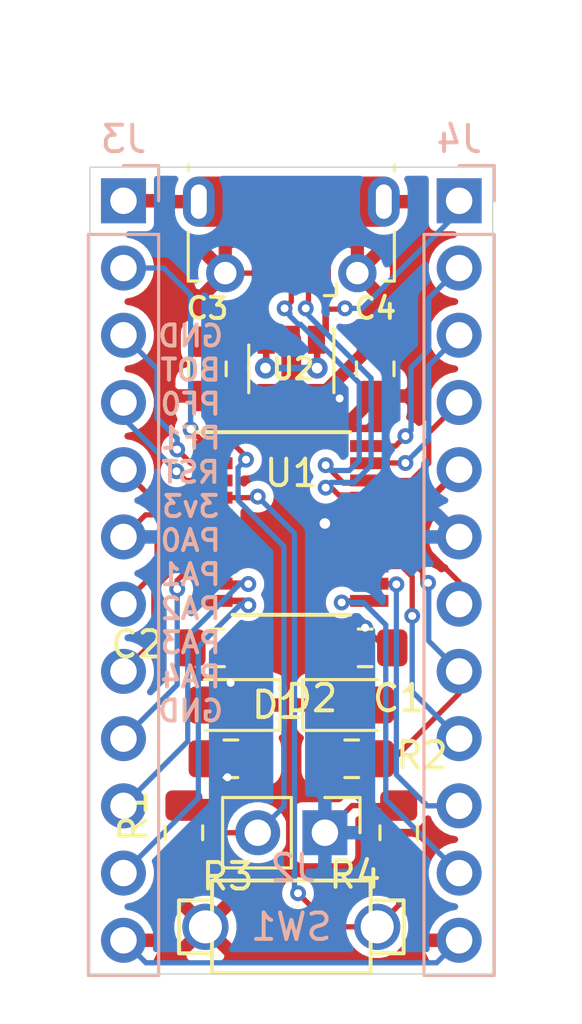
<source format=kicad_pcb>
(kicad_pcb (version 20171130) (host pcbnew "(5.1.5)-3")

  (general
    (thickness 1.6)
    (drawings 7)
    (tracks 234)
    (zones 0)
    (modules 17)
    (nets 23)
  )

  (page A4)
  (layers
    (0 F.Cu signal)
    (31 B.Cu signal)
    (32 B.Adhes user)
    (33 F.Adhes user)
    (34 B.Paste user)
    (35 F.Paste user)
    (36 B.SilkS user)
    (37 F.SilkS user)
    (38 B.Mask user)
    (39 F.Mask user hide)
    (40 Dwgs.User user hide)
    (41 Cmts.User user hide)
    (42 Eco1.User user hide)
    (43 Eco2.User user)
    (44 Edge.Cuts user)
    (45 Margin user hide)
    (46 B.CrtYd user)
    (47 F.CrtYd user)
    (48 B.Fab user)
    (49 F.Fab user hide)
  )

  (setup
    (last_trace_width 0.2)
    (user_trace_width 0.2)
    (user_trace_width 0.5)
    (user_trace_width 0.75)
    (trace_clearance 0.2)
    (zone_clearance 0.3)
    (zone_45_only no)
    (trace_min 0.2)
    (via_size 0.8)
    (via_drill 0.4)
    (via_min_size 0.4)
    (via_min_drill 0.3)
    (user_via 0.6 0.3)
    (uvia_size 0.3)
    (uvia_drill 0.1)
    (uvias_allowed no)
    (uvia_min_size 0.2)
    (uvia_min_drill 0.1)
    (edge_width 0.05)
    (segment_width 0.2)
    (pcb_text_width 0.3)
    (pcb_text_size 1.5 1.5)
    (mod_edge_width 0.12)
    (mod_text_size 1 1)
    (mod_text_width 0.15)
    (pad_size 1.524 1.524)
    (pad_drill 0.762)
    (pad_to_mask_clearance 0.051)
    (solder_mask_min_width 0.25)
    (aux_axis_origin 0 0)
    (grid_origin 130.81 88.392)
    (visible_elements FFFFFF7F)
    (pcbplotparams
      (layerselection 0x010fc_ffffffff)
      (usegerberextensions false)
      (usegerberattributes false)
      (usegerberadvancedattributes false)
      (creategerberjobfile false)
      (excludeedgelayer true)
      (linewidth 0.100000)
      (plotframeref false)
      (viasonmask false)
      (mode 1)
      (useauxorigin false)
      (hpglpennumber 1)
      (hpglpenspeed 20)
      (hpglpendiameter 15.000000)
      (psnegative false)
      (psa4output false)
      (plotreference true)
      (plotvalue true)
      (plotinvisibletext false)
      (padsonsilk false)
      (subtractmaskfromsilk false)
      (outputformat 1)
      (mirror false)
      (drillshape 1)
      (scaleselection 1)
      (outputdirectory ""))
  )

  (net 0 "")
  (net 1 GND)
  (net 2 VBUS)
  (net 3 "Net-(D1-Pad2)")
  (net 4 "Net-(D2-Pad2)")
  (net 5 D+)
  (net 6 D-)
  (net 7 BOOT0)
  (net 8 PB1)
  (net 9 ~RESET)
  (net 10 PA14)
  (net 11 PA13)
  (net 12 PA7)
  (net 13 PA6)
  (net 14 PA5)
  (net 15 PA4)
  (net 16 PA3)
  (net 17 PA2)
  (net 18 PA1)
  (net 19 PA0)
  (net 20 PF1-SCL)
  (net 21 PF0-SDA)
  (net 22 3v3)

  (net_class Default "This is the default net class."
    (clearance 0.2)
    (trace_width 0.25)
    (via_dia 0.8)
    (via_drill 0.4)
    (uvia_dia 0.3)
    (uvia_drill 0.1)
    (add_net 3v3)
    (add_net BOOT0)
    (add_net D+)
    (add_net D-)
    (add_net GND)
    (add_net "Net-(D1-Pad2)")
    (add_net "Net-(D2-Pad2)")
    (add_net PA0)
    (add_net PA1)
    (add_net PA13)
    (add_net PA14)
    (add_net PA2)
    (add_net PA3)
    (add_net PA4)
    (add_net PA5)
    (add_net PA6)
    (add_net PA7)
    (add_net PB1)
    (add_net PF0-SDA)
    (add_net PF1-SCL)
    (add_net VBUS)
    (add_net ~RESET)
  )

  (module Capacitor_SMD:C_0805_2012Metric_Pad1.15x1.40mm_HandSolder (layer F.Cu) (tedit 5B36C52B) (tstamp 5FDDB38D)
    (at 127.635 82.55 270)
    (descr "Capacitor SMD 0805 (2012 Metric), square (rectangular) end terminal, IPC_7351 nominal with elongated pad for handsoldering. (Body size source: https://docs.google.com/spreadsheets/d/1BsfQQcO9C6DZCsRaXUlFlo91Tg2WpOkGARC1WS5S8t0/edit?usp=sharing), generated with kicad-footprint-generator")
    (tags "capacitor handsolder")
    (path /5FDDC0BA)
    (attr smd)
    (fp_text reference C3 (at -2.286 0 180) (layer F.SilkS)
      (effects (font (size 0.8 0.8) (thickness 0.15)))
    )
    (fp_text value 4.7uF (at 0 1.65 90) (layer F.Fab)
      (effects (font (size 1 1) (thickness 0.15)))
    )
    (fp_text user %R (at 0 0 90) (layer F.Fab)
      (effects (font (size 0.5 0.5) (thickness 0.08)))
    )
    (fp_line (start 1.85 0.95) (end -1.85 0.95) (layer F.CrtYd) (width 0.05))
    (fp_line (start 1.85 -0.95) (end 1.85 0.95) (layer F.CrtYd) (width 0.05))
    (fp_line (start -1.85 -0.95) (end 1.85 -0.95) (layer F.CrtYd) (width 0.05))
    (fp_line (start -1.85 0.95) (end -1.85 -0.95) (layer F.CrtYd) (width 0.05))
    (fp_line (start -0.261252 0.71) (end 0.261252 0.71) (layer F.SilkS) (width 0.12))
    (fp_line (start -0.261252 -0.71) (end 0.261252 -0.71) (layer F.SilkS) (width 0.12))
    (fp_line (start 1 0.6) (end -1 0.6) (layer F.Fab) (width 0.1))
    (fp_line (start 1 -0.6) (end 1 0.6) (layer F.Fab) (width 0.1))
    (fp_line (start -1 -0.6) (end 1 -0.6) (layer F.Fab) (width 0.1))
    (fp_line (start -1 0.6) (end -1 -0.6) (layer F.Fab) (width 0.1))
    (pad 2 smd roundrect (at 1.025 0 270) (size 1.15 1.4) (layers F.Cu F.Paste F.Mask) (roundrect_rratio 0.217391)
      (net 1 GND))
    (pad 1 smd roundrect (at -1.025 0 270) (size 1.15 1.4) (layers F.Cu F.Paste F.Mask) (roundrect_rratio 0.217391)
      (net 2 VBUS))
    (model ${KISYS3DMOD}/Capacitor_SMD.3dshapes/C_0805_2012Metric.wrl
      (at (xyz 0 0 0))
      (scale (xyz 1 1 1))
      (rotate (xyz 0 0 0))
    )
  )

  (module STM32_Breakout:2PinTactileButton (layer F.Cu) (tedit 5EB074A2) (tstamp 5FDDC3A6)
    (at 130.81 103.632 180)
    (path /5FDE89BD)
    (fp_text reference SW1 (at 0 0) (layer B.SilkS)
      (effects (font (size 1 1) (thickness 0.15)) (justify mirror))
    )
    (fp_text value SW_SPST (at 0 -2.54) (layer F.Fab)
      (effects (font (size 1 1) (thickness 0.15)))
    )
    (fp_line (start 3 1.75) (end -3 1.75) (layer F.SilkS) (width 0.15))
    (fp_line (start -3 -1.75) (end 3 -1.75) (layer F.SilkS) (width 0.15))
    (fp_line (start -3 -1.75) (end -3 1.75) (layer F.SilkS) (width 0.15))
    (fp_line (start 3 1.75) (end 3 -1.75) (layer F.SilkS) (width 0.15))
    (fp_line (start 3 -1) (end 4.25 -1) (layer F.SilkS) (width 0.15))
    (fp_line (start 4.25 -1) (end 4.25 1) (layer F.SilkS) (width 0.15))
    (fp_line (start 4.25 1) (end 3 1) (layer F.SilkS) (width 0.15))
    (fp_line (start -4.25 -1) (end -3 -1) (layer F.SilkS) (width 0.15))
    (fp_line (start -3 1) (end -4.25 1) (layer F.SilkS) (width 0.15))
    (fp_line (start -4.25 1) (end -4.25 -1) (layer F.SilkS) (width 0.15))
    (pad 1 thru_hole circle (at 3.25 0 180) (size 1.75 1.75) (drill 1.25) (layers *.Cu *.Mask)
      (net 1 GND))
    (pad 2 thru_hole circle (at -3.25 0 180) (size 1.75 1.75) (drill 1.25) (layers *.Cu *.Mask)
      (net 9 ~RESET))
    (model ${KIPRJMOD}/Library/3D_Packages/2PinTactileButton.step
      (at (xyz 0 0 0))
      (scale (xyz 1 1 1))
      (rotate (xyz 0 0 0))
    )
  )

  (module Connector_PinHeader_2.54mm:PinHeader_1x12_P2.54mm_Vertical (layer B.Cu) (tedit 59FED5CC) (tstamp 5FDDBAB1)
    (at 137.16 76.2 180)
    (descr "Through hole straight pin header, 1x12, 2.54mm pitch, single row")
    (tags "Through hole pin header THT 1x12 2.54mm single row")
    (path /5FE5BE06)
    (fp_text reference J4 (at 0 2.33) (layer B.SilkS)
      (effects (font (size 1 1) (thickness 0.15)) (justify mirror))
    )
    (fp_text value Conn_01x12 (at 0 -30.27) (layer B.Fab)
      (effects (font (size 1 1) (thickness 0.15)) (justify mirror))
    )
    (fp_text user %R (at 0 -13.97 270) (layer B.Fab)
      (effects (font (size 1 1) (thickness 0.15)) (justify mirror))
    )
    (fp_line (start 1.8 1.8) (end -1.8 1.8) (layer B.CrtYd) (width 0.05))
    (fp_line (start 1.8 -29.75) (end 1.8 1.8) (layer B.CrtYd) (width 0.05))
    (fp_line (start -1.8 -29.75) (end 1.8 -29.75) (layer B.CrtYd) (width 0.05))
    (fp_line (start -1.8 1.8) (end -1.8 -29.75) (layer B.CrtYd) (width 0.05))
    (fp_line (start -1.33 1.33) (end 0 1.33) (layer B.SilkS) (width 0.12))
    (fp_line (start -1.33 0) (end -1.33 1.33) (layer B.SilkS) (width 0.12))
    (fp_line (start -1.33 -1.27) (end 1.33 -1.27) (layer B.SilkS) (width 0.12))
    (fp_line (start 1.33 -1.27) (end 1.33 -29.27) (layer B.SilkS) (width 0.12))
    (fp_line (start -1.33 -1.27) (end -1.33 -29.27) (layer B.SilkS) (width 0.12))
    (fp_line (start -1.33 -29.27) (end 1.33 -29.27) (layer B.SilkS) (width 0.12))
    (fp_line (start -1.27 0.635) (end -0.635 1.27) (layer B.Fab) (width 0.1))
    (fp_line (start -1.27 -29.21) (end -1.27 0.635) (layer B.Fab) (width 0.1))
    (fp_line (start 1.27 -29.21) (end -1.27 -29.21) (layer B.Fab) (width 0.1))
    (fp_line (start 1.27 1.27) (end 1.27 -29.21) (layer B.Fab) (width 0.1))
    (fp_line (start -0.635 1.27) (end 1.27 1.27) (layer B.Fab) (width 0.1))
    (pad 12 thru_hole oval (at 0 -27.94 180) (size 1.7 1.7) (drill 1) (layers *.Cu *.Mask)
      (net 1 GND))
    (pad 11 thru_hole oval (at 0 -25.4 180) (size 1.7 1.7) (drill 1) (layers *.Cu *.Mask)
      (net 14 PA5))
    (pad 10 thru_hole oval (at 0 -22.86 180) (size 1.7 1.7) (drill 1) (layers *.Cu *.Mask)
      (net 13 PA6))
    (pad 9 thru_hole oval (at 0 -20.32 180) (size 1.7 1.7) (drill 1) (layers *.Cu *.Mask)
      (net 12 PA7))
    (pad 8 thru_hole oval (at 0 -17.78 180) (size 1.7 1.7) (drill 1) (layers *.Cu *.Mask)
      (net 8 PB1))
    (pad 7 thru_hole oval (at 0 -15.24 180) (size 1.7 1.7) (drill 1) (layers *.Cu *.Mask)
      (net 1 GND))
    (pad 6 thru_hole oval (at 0 -12.7 180) (size 1.7 1.7) (drill 1) (layers *.Cu *.Mask)
      (net 22 3v3))
    (pad 5 thru_hole oval (at 0 -10.16 180) (size 1.7 1.7) (drill 1) (layers *.Cu *.Mask)
      (net 6 D-))
    (pad 4 thru_hole oval (at 0 -7.62 180) (size 1.7 1.7) (drill 1) (layers *.Cu *.Mask)
      (net 5 D+))
    (pad 3 thru_hole oval (at 0 -5.08 180) (size 1.7 1.7) (drill 1) (layers *.Cu *.Mask)
      (net 11 PA13))
    (pad 2 thru_hole oval (at 0 -2.54 180) (size 1.7 1.7) (drill 1) (layers *.Cu *.Mask)
      (net 10 PA14))
    (pad 1 thru_hole rect (at 0 0 180) (size 1.7 1.7) (drill 1) (layers *.Cu *.Mask)
      (net 2 VBUS))
    (model ${KISYS3DMOD}/Connector_PinHeader_2.54mm.3dshapes/PinHeader_1x12_P2.54mm_Vertical.wrl
      (at (xyz 0 0 0))
      (scale (xyz 1 1 1))
      (rotate (xyz 0 0 0))
    )
  )

  (module Connector_PinHeader_2.54mm:PinHeader_1x12_P2.54mm_Vertical (layer B.Cu) (tedit 59FED5CC) (tstamp 5FDDBA93)
    (at 124.46 76.2 180)
    (descr "Through hole straight pin header, 1x12, 2.54mm pitch, single row")
    (tags "Through hole pin header THT 1x12 2.54mm single row")
    (path /5FE5F0EE)
    (fp_text reference J3 (at 0 2.33) (layer B.SilkS)
      (effects (font (size 1 1) (thickness 0.15)) (justify mirror))
    )
    (fp_text value Conn_01x12 (at 0 -30.27) (layer B.Fab)
      (effects (font (size 1 1) (thickness 0.15)) (justify mirror))
    )
    (fp_text user %R (at 0 -13.97 270) (layer B.Fab)
      (effects (font (size 1 1) (thickness 0.15)) (justify mirror))
    )
    (fp_line (start 1.8 1.8) (end -1.8 1.8) (layer B.CrtYd) (width 0.05))
    (fp_line (start 1.8 -29.75) (end 1.8 1.8) (layer B.CrtYd) (width 0.05))
    (fp_line (start -1.8 -29.75) (end 1.8 -29.75) (layer B.CrtYd) (width 0.05))
    (fp_line (start -1.8 1.8) (end -1.8 -29.75) (layer B.CrtYd) (width 0.05))
    (fp_line (start -1.33 1.33) (end 0 1.33) (layer B.SilkS) (width 0.12))
    (fp_line (start -1.33 0) (end -1.33 1.33) (layer B.SilkS) (width 0.12))
    (fp_line (start -1.33 -1.27) (end 1.33 -1.27) (layer B.SilkS) (width 0.12))
    (fp_line (start 1.33 -1.27) (end 1.33 -29.27) (layer B.SilkS) (width 0.12))
    (fp_line (start -1.33 -1.27) (end -1.33 -29.27) (layer B.SilkS) (width 0.12))
    (fp_line (start -1.33 -29.27) (end 1.33 -29.27) (layer B.SilkS) (width 0.12))
    (fp_line (start -1.27 0.635) (end -0.635 1.27) (layer B.Fab) (width 0.1))
    (fp_line (start -1.27 -29.21) (end -1.27 0.635) (layer B.Fab) (width 0.1))
    (fp_line (start 1.27 -29.21) (end -1.27 -29.21) (layer B.Fab) (width 0.1))
    (fp_line (start 1.27 1.27) (end 1.27 -29.21) (layer B.Fab) (width 0.1))
    (fp_line (start -0.635 1.27) (end 1.27 1.27) (layer B.Fab) (width 0.1))
    (pad 12 thru_hole oval (at 0 -27.94 180) (size 1.7 1.7) (drill 1) (layers *.Cu *.Mask)
      (net 1 GND))
    (pad 11 thru_hole oval (at 0 -25.4 180) (size 1.7 1.7) (drill 1) (layers *.Cu *.Mask)
      (net 15 PA4))
    (pad 10 thru_hole oval (at 0 -22.86 180) (size 1.7 1.7) (drill 1) (layers *.Cu *.Mask)
      (net 16 PA3))
    (pad 9 thru_hole oval (at 0 -20.32 180) (size 1.7 1.7) (drill 1) (layers *.Cu *.Mask)
      (net 17 PA2))
    (pad 8 thru_hole oval (at 0 -17.78 180) (size 1.7 1.7) (drill 1) (layers *.Cu *.Mask)
      (net 18 PA1))
    (pad 7 thru_hole oval (at 0 -15.24 180) (size 1.7 1.7) (drill 1) (layers *.Cu *.Mask)
      (net 19 PA0))
    (pad 6 thru_hole oval (at 0 -12.7 180) (size 1.7 1.7) (drill 1) (layers *.Cu *.Mask)
      (net 22 3v3))
    (pad 5 thru_hole oval (at 0 -10.16 180) (size 1.7 1.7) (drill 1) (layers *.Cu *.Mask)
      (net 9 ~RESET))
    (pad 4 thru_hole oval (at 0 -7.62 180) (size 1.7 1.7) (drill 1) (layers *.Cu *.Mask)
      (net 20 PF1-SCL))
    (pad 3 thru_hole oval (at 0 -5.08 180) (size 1.7 1.7) (drill 1) (layers *.Cu *.Mask)
      (net 21 PF0-SDA))
    (pad 2 thru_hole oval (at 0 -2.54 180) (size 1.7 1.7) (drill 1) (layers *.Cu *.Mask)
      (net 7 BOOT0))
    (pad 1 thru_hole rect (at 0 0 180) (size 1.7 1.7) (drill 1) (layers *.Cu *.Mask)
      (net 1 GND))
    (model ${KISYS3DMOD}/Connector_PinHeader_2.54mm.3dshapes/PinHeader_1x12_P2.54mm_Vertical.wrl
      (at (xyz 0 0 0))
      (scale (xyz 1 1 1))
      (rotate (xyz 0 0 0))
    )
  )

  (module Package_TO_SOT_SMD:SOT-23-5 (layer F.Cu) (tedit 5A02FF57) (tstamp 5FDDB49F)
    (at 130.81 82.55 270)
    (descr "5-pin SOT23 package")
    (tags SOT-23-5)
    (path /5FDD8AEB)
    (attr smd)
    (fp_text reference U2 (at 0 -0.0635 180) (layer F.SilkS)
      (effects (font (size 0.8 0.8) (thickness 0.15)))
    )
    (fp_text value AP2127K-3.3 (at 0 2.9 90) (layer F.Fab)
      (effects (font (size 1 1) (thickness 0.15)))
    )
    (fp_line (start 0.9 -1.55) (end 0.9 1.55) (layer F.Fab) (width 0.1))
    (fp_line (start 0.9 1.55) (end -0.9 1.55) (layer F.Fab) (width 0.1))
    (fp_line (start -0.9 -0.9) (end -0.9 1.55) (layer F.Fab) (width 0.1))
    (fp_line (start 0.9 -1.55) (end -0.25 -1.55) (layer F.Fab) (width 0.1))
    (fp_line (start -0.9 -0.9) (end -0.25 -1.55) (layer F.Fab) (width 0.1))
    (fp_line (start -1.9 1.8) (end -1.9 -1.8) (layer F.CrtYd) (width 0.05))
    (fp_line (start 1.9 1.8) (end -1.9 1.8) (layer F.CrtYd) (width 0.05))
    (fp_line (start 1.9 -1.8) (end 1.9 1.8) (layer F.CrtYd) (width 0.05))
    (fp_line (start -1.9 -1.8) (end 1.9 -1.8) (layer F.CrtYd) (width 0.05))
    (fp_line (start 0.9 -1.61) (end -1.55 -1.61) (layer F.SilkS) (width 0.12))
    (fp_line (start -0.9 1.61) (end 0.9 1.61) (layer F.SilkS) (width 0.12))
    (fp_text user %R (at 0 0) (layer F.Fab)
      (effects (font (size 0.5 0.5) (thickness 0.075)))
    )
    (pad 5 smd rect (at 1.1 -0.95 270) (size 1.06 0.65) (layers F.Cu F.Paste F.Mask)
      (net 22 3v3))
    (pad 4 smd rect (at 1.1 0.95 270) (size 1.06 0.65) (layers F.Cu F.Paste F.Mask))
    (pad 3 smd rect (at -1.1 0.95 270) (size 1.06 0.65) (layers F.Cu F.Paste F.Mask)
      (net 2 VBUS))
    (pad 2 smd rect (at -1.1 0 270) (size 1.06 0.65) (layers F.Cu F.Paste F.Mask)
      (net 1 GND))
    (pad 1 smd rect (at -1.1 -0.95 270) (size 1.06 0.65) (layers F.Cu F.Paste F.Mask)
      (net 2 VBUS))
    (model ${KISYS3DMOD}/Package_TO_SOT_SMD.3dshapes/SOT-23-5.wrl
      (at (xyz 0 0 0))
      (scale (xyz 1 1 1))
      (rotate (xyz 0 0 0))
    )
  )

  (module Package_SO:TSSOP-20_4.4x6.5mm_P0.65mm (layer F.Cu) (tedit 5A02F25C) (tstamp 5FDDB48A)
    (at 130.81 88.392)
    (descr "20-Lead Plastic Thin Shrink Small Outline (ST)-4.4 mm Body [TSSOP] (see Microchip Packaging Specification 00000049BS.pdf)")
    (tags "SSOP 0.65")
    (path /5FDD578B)
    (attr smd)
    (fp_text reference U1 (at 0 -1.905) (layer F.SilkS)
      (effects (font (size 1 1) (thickness 0.15)))
    )
    (fp_text value STM32F042F6Px (at 0 4.3) (layer F.Fab)
      (effects (font (size 1 1) (thickness 0.15)))
    )
    (fp_text user %R (at 0 0) (layer F.Fab)
      (effects (font (size 0.8 0.8) (thickness 0.15)))
    )
    (fp_line (start -3.75 -3.45) (end 2.225 -3.45) (layer F.SilkS) (width 0.15))
    (fp_line (start -2.225 3.45) (end 2.225 3.45) (layer F.SilkS) (width 0.15))
    (fp_line (start -3.95 3.55) (end 3.95 3.55) (layer F.CrtYd) (width 0.05))
    (fp_line (start -3.95 -3.55) (end 3.95 -3.55) (layer F.CrtYd) (width 0.05))
    (fp_line (start 3.95 -3.55) (end 3.95 3.55) (layer F.CrtYd) (width 0.05))
    (fp_line (start -3.95 -3.55) (end -3.95 3.55) (layer F.CrtYd) (width 0.05))
    (fp_line (start -2.2 -2.25) (end -1.2 -3.25) (layer F.Fab) (width 0.15))
    (fp_line (start -2.2 3.25) (end -2.2 -2.25) (layer F.Fab) (width 0.15))
    (fp_line (start 2.2 3.25) (end -2.2 3.25) (layer F.Fab) (width 0.15))
    (fp_line (start 2.2 -3.25) (end 2.2 3.25) (layer F.Fab) (width 0.15))
    (fp_line (start -1.2 -3.25) (end 2.2 -3.25) (layer F.Fab) (width 0.15))
    (pad 20 smd rect (at 2.95 -2.925) (size 1.45 0.45) (layers F.Cu F.Paste F.Mask)
      (net 10 PA14))
    (pad 19 smd rect (at 2.95 -2.275) (size 1.45 0.45) (layers F.Cu F.Paste F.Mask)
      (net 11 PA13))
    (pad 18 smd rect (at 2.95 -1.625) (size 1.45 0.45) (layers F.Cu F.Paste F.Mask)
      (net 5 D+))
    (pad 17 smd rect (at 2.95 -0.975) (size 1.45 0.45) (layers F.Cu F.Paste F.Mask)
      (net 6 D-))
    (pad 16 smd rect (at 2.95 -0.325) (size 1.45 0.45) (layers F.Cu F.Paste F.Mask)
      (net 22 3v3))
    (pad 15 smd rect (at 2.95 0.325) (size 1.45 0.45) (layers F.Cu F.Paste F.Mask)
      (net 1 GND))
    (pad 14 smd rect (at 2.95 0.975) (size 1.45 0.45) (layers F.Cu F.Paste F.Mask)
      (net 8 PB1))
    (pad 13 smd rect (at 2.95 1.625) (size 1.45 0.45) (layers F.Cu F.Paste F.Mask)
      (net 12 PA7))
    (pad 12 smd rect (at 2.95 2.275) (size 1.45 0.45) (layers F.Cu F.Paste F.Mask)
      (net 13 PA6))
    (pad 11 smd rect (at 2.95 2.925) (size 1.45 0.45) (layers F.Cu F.Paste F.Mask)
      (net 14 PA5))
    (pad 10 smd rect (at -2.95 2.925) (size 1.45 0.45) (layers F.Cu F.Paste F.Mask)
      (net 15 PA4))
    (pad 9 smd rect (at -2.95 2.275) (size 1.45 0.45) (layers F.Cu F.Paste F.Mask)
      (net 16 PA3))
    (pad 8 smd rect (at -2.95 1.625) (size 1.45 0.45) (layers F.Cu F.Paste F.Mask)
      (net 17 PA2))
    (pad 7 smd rect (at -2.95 0.975) (size 1.45 0.45) (layers F.Cu F.Paste F.Mask)
      (net 18 PA1))
    (pad 6 smd rect (at -2.95 0.325) (size 1.45 0.45) (layers F.Cu F.Paste F.Mask)
      (net 19 PA0))
    (pad 5 smd rect (at -2.95 -0.325) (size 1.45 0.45) (layers F.Cu F.Paste F.Mask)
      (net 22 3v3))
    (pad 4 smd rect (at -2.95 -0.975) (size 1.45 0.45) (layers F.Cu F.Paste F.Mask)
      (net 9 ~RESET))
    (pad 3 smd rect (at -2.95 -1.625) (size 1.45 0.45) (layers F.Cu F.Paste F.Mask)
      (net 20 PF1-SCL))
    (pad 2 smd rect (at -2.95 -2.275) (size 1.45 0.45) (layers F.Cu F.Paste F.Mask)
      (net 21 PF0-SDA))
    (pad 1 smd rect (at -2.95 -2.925) (size 1.45 0.45) (layers F.Cu F.Paste F.Mask)
      (net 7 BOOT0))
    (model ${KISYS3DMOD}/Package_SO.3dshapes/TSSOP-20_4.4x6.5mm_P0.65mm.wrl
      (at (xyz 0 0 0))
      (scale (xyz 1 1 1))
      (rotate (xyz 0 0 0))
    )
  )

  (module Resistor_SMD:R_0805_2012Metric_Pad1.15x1.40mm_HandSolder (layer F.Cu) (tedit 5B36C52B) (tstamp 5FDEB508)
    (at 134.874 100.076 270)
    (descr "Resistor SMD 0805 (2012 Metric), square (rectangular) end terminal, IPC_7351 nominal with elongated pad for handsoldering. (Body size source: https://docs.google.com/spreadsheets/d/1BsfQQcO9C6DZCsRaXUlFlo91Tg2WpOkGARC1WS5S8t0/edit?usp=sharing), generated with kicad-footprint-generator")
    (tags "resistor handsolder")
    (path /5FDEA2B8)
    (attr smd)
    (fp_text reference R4 (at 1.5875 1.651 180) (layer F.SilkS)
      (effects (font (size 1 1) (thickness 0.15)))
    )
    (fp_text value 10K (at 0 1.65 90) (layer F.Fab)
      (effects (font (size 1 1) (thickness 0.15)))
    )
    (fp_text user %R (at 0 0 90) (layer F.Fab)
      (effects (font (size 0.5 0.5) (thickness 0.08)))
    )
    (fp_line (start 1.85 0.95) (end -1.85 0.95) (layer F.CrtYd) (width 0.05))
    (fp_line (start 1.85 -0.95) (end 1.85 0.95) (layer F.CrtYd) (width 0.05))
    (fp_line (start -1.85 -0.95) (end 1.85 -0.95) (layer F.CrtYd) (width 0.05))
    (fp_line (start -1.85 0.95) (end -1.85 -0.95) (layer F.CrtYd) (width 0.05))
    (fp_line (start -0.261252 0.71) (end 0.261252 0.71) (layer F.SilkS) (width 0.12))
    (fp_line (start -0.261252 -0.71) (end 0.261252 -0.71) (layer F.SilkS) (width 0.12))
    (fp_line (start 1 0.6) (end -1 0.6) (layer F.Fab) (width 0.1))
    (fp_line (start 1 -0.6) (end 1 0.6) (layer F.Fab) (width 0.1))
    (fp_line (start -1 -0.6) (end 1 -0.6) (layer F.Fab) (width 0.1))
    (fp_line (start -1 0.6) (end -1 -0.6) (layer F.Fab) (width 0.1))
    (pad 2 smd roundrect (at 1.025 0 270) (size 1.15 1.4) (layers F.Cu F.Paste F.Mask) (roundrect_rratio 0.217391)
      (net 9 ~RESET))
    (pad 1 smd roundrect (at -1.025 0 270) (size 1.15 1.4) (layers F.Cu F.Paste F.Mask) (roundrect_rratio 0.217391)
      (net 22 3v3))
    (model ${KISYS3DMOD}/Resistor_SMD.3dshapes/R_0805_2012Metric.wrl
      (at (xyz 0 0 0))
      (scale (xyz 1 1 1))
      (rotate (xyz 0 0 0))
    )
  )

  (module Resistor_SMD:R_0805_2012Metric_Pad1.15x1.40mm_HandSolder (layer F.Cu) (tedit 5B36C52B) (tstamp 5FDDB436)
    (at 128.524 97.282)
    (descr "Resistor SMD 0805 (2012 Metric), square (rectangular) end terminal, IPC_7351 nominal with elongated pad for handsoldering. (Body size source: https://docs.google.com/spreadsheets/d/1BsfQQcO9C6DZCsRaXUlFlo91Tg2WpOkGARC1WS5S8t0/edit?usp=sharing), generated with kicad-footprint-generator")
    (tags "resistor handsolder")
    (path /5FE2C41C)
    (attr smd)
    (fp_text reference R3 (at -0.127 4.445) (layer F.SilkS)
      (effects (font (size 1 1) (thickness 0.15)))
    )
    (fp_text value 1K (at 0 1.65) (layer F.Fab)
      (effects (font (size 1 1) (thickness 0.15)))
    )
    (fp_text user %R (at 0 0) (layer F.Fab)
      (effects (font (size 0.5 0.5) (thickness 0.08)))
    )
    (fp_line (start 1.85 0.95) (end -1.85 0.95) (layer F.CrtYd) (width 0.05))
    (fp_line (start 1.85 -0.95) (end 1.85 0.95) (layer F.CrtYd) (width 0.05))
    (fp_line (start -1.85 -0.95) (end 1.85 -0.95) (layer F.CrtYd) (width 0.05))
    (fp_line (start -1.85 0.95) (end -1.85 -0.95) (layer F.CrtYd) (width 0.05))
    (fp_line (start -0.261252 0.71) (end 0.261252 0.71) (layer F.SilkS) (width 0.12))
    (fp_line (start -0.261252 -0.71) (end 0.261252 -0.71) (layer F.SilkS) (width 0.12))
    (fp_line (start 1 0.6) (end -1 0.6) (layer F.Fab) (width 0.1))
    (fp_line (start 1 -0.6) (end 1 0.6) (layer F.Fab) (width 0.1))
    (fp_line (start -1 -0.6) (end 1 -0.6) (layer F.Fab) (width 0.1))
    (fp_line (start -1 0.6) (end -1 -0.6) (layer F.Fab) (width 0.1))
    (pad 2 smd roundrect (at 1.025 0) (size 1.15 1.4) (layers F.Cu F.Paste F.Mask) (roundrect_rratio 0.217391)
      (net 4 "Net-(D2-Pad2)"))
    (pad 1 smd roundrect (at -1.025 0) (size 1.15 1.4) (layers F.Cu F.Paste F.Mask) (roundrect_rratio 0.217391)
      (net 22 3v3))
    (model ${KISYS3DMOD}/Resistor_SMD.3dshapes/R_0805_2012Metric.wrl
      (at (xyz 0 0 0))
      (scale (xyz 1 1 1))
      (rotate (xyz 0 0 0))
    )
  )

  (module Resistor_SMD:R_0805_2012Metric_Pad1.15x1.40mm_HandSolder (layer F.Cu) (tedit 5B36C52B) (tstamp 5FDDB425)
    (at 133.096 97.282 180)
    (descr "Resistor SMD 0805 (2012 Metric), square (rectangular) end terminal, IPC_7351 nominal with elongated pad for handsoldering. (Body size source: https://docs.google.com/spreadsheets/d/1BsfQQcO9C6DZCsRaXUlFlo91Tg2WpOkGARC1WS5S8t0/edit?usp=sharing), generated with kicad-footprint-generator")
    (tags "resistor handsolder")
    (path /5FE33970)
    (attr smd)
    (fp_text reference R2 (at -2.656 0.127) (layer F.SilkS)
      (effects (font (size 1 1) (thickness 0.15)))
    )
    (fp_text value 1K (at 0 1.65) (layer F.Fab)
      (effects (font (size 1 1) (thickness 0.15)))
    )
    (fp_text user %R (at 0 0) (layer F.Fab)
      (effects (font (size 0.5 0.5) (thickness 0.08)))
    )
    (fp_line (start 1.85 0.95) (end -1.85 0.95) (layer F.CrtYd) (width 0.05))
    (fp_line (start 1.85 -0.95) (end 1.85 0.95) (layer F.CrtYd) (width 0.05))
    (fp_line (start -1.85 -0.95) (end 1.85 -0.95) (layer F.CrtYd) (width 0.05))
    (fp_line (start -1.85 0.95) (end -1.85 -0.95) (layer F.CrtYd) (width 0.05))
    (fp_line (start -0.261252 0.71) (end 0.261252 0.71) (layer F.SilkS) (width 0.12))
    (fp_line (start -0.261252 -0.71) (end 0.261252 -0.71) (layer F.SilkS) (width 0.12))
    (fp_line (start 1 0.6) (end -1 0.6) (layer F.Fab) (width 0.1))
    (fp_line (start 1 -0.6) (end 1 0.6) (layer F.Fab) (width 0.1))
    (fp_line (start -1 -0.6) (end 1 -0.6) (layer F.Fab) (width 0.1))
    (fp_line (start -1 0.6) (end -1 -0.6) (layer F.Fab) (width 0.1))
    (pad 2 smd roundrect (at 1.025 0 180) (size 1.15 1.4) (layers F.Cu F.Paste F.Mask) (roundrect_rratio 0.217391)
      (net 3 "Net-(D1-Pad2)"))
    (pad 1 smd roundrect (at -1.025 0 180) (size 1.15 1.4) (layers F.Cu F.Paste F.Mask) (roundrect_rratio 0.217391)
      (net 8 PB1))
    (model ${KISYS3DMOD}/Resistor_SMD.3dshapes/R_0805_2012Metric.wrl
      (at (xyz 0 0 0))
      (scale (xyz 1 1 1))
      (rotate (xyz 0 0 0))
    )
  )

  (module Resistor_SMD:R_0805_2012Metric_Pad1.15x1.40mm_HandSolder (layer F.Cu) (tedit 5B36C52B) (tstamp 5FDDB414)
    (at 126.746 100.076 90)
    (descr "Resistor SMD 0805 (2012 Metric), square (rectangular) end terminal, IPC_7351 nominal with elongated pad for handsoldering. (Body size source: https://docs.google.com/spreadsheets/d/1BsfQQcO9C6DZCsRaXUlFlo91Tg2WpOkGARC1WS5S8t0/edit?usp=sharing), generated with kicad-footprint-generator")
    (tags "resistor handsolder")
    (path /5FDFE4B1)
    (attr smd)
    (fp_text reference R1 (at 0.635 -1.905 90) (layer F.SilkS)
      (effects (font (size 1 1) (thickness 0.15)))
    )
    (fp_text value 10K (at 0 1.65 90) (layer F.Fab)
      (effects (font (size 1 1) (thickness 0.15)))
    )
    (fp_text user %R (at 0 0 90) (layer F.Fab)
      (effects (font (size 0.5 0.5) (thickness 0.08)))
    )
    (fp_line (start 1.85 0.95) (end -1.85 0.95) (layer F.CrtYd) (width 0.05))
    (fp_line (start 1.85 -0.95) (end 1.85 0.95) (layer F.CrtYd) (width 0.05))
    (fp_line (start -1.85 -0.95) (end 1.85 -0.95) (layer F.CrtYd) (width 0.05))
    (fp_line (start -1.85 0.95) (end -1.85 -0.95) (layer F.CrtYd) (width 0.05))
    (fp_line (start -0.261252 0.71) (end 0.261252 0.71) (layer F.SilkS) (width 0.12))
    (fp_line (start -0.261252 -0.71) (end 0.261252 -0.71) (layer F.SilkS) (width 0.12))
    (fp_line (start 1 0.6) (end -1 0.6) (layer F.Fab) (width 0.1))
    (fp_line (start 1 -0.6) (end 1 0.6) (layer F.Fab) (width 0.1))
    (fp_line (start -1 -0.6) (end 1 -0.6) (layer F.Fab) (width 0.1))
    (fp_line (start -1 0.6) (end -1 -0.6) (layer F.Fab) (width 0.1))
    (pad 2 smd roundrect (at 1.025 0 90) (size 1.15 1.4) (layers F.Cu F.Paste F.Mask) (roundrect_rratio 0.217391)
      (net 1 GND))
    (pad 1 smd roundrect (at -1.025 0 90) (size 1.15 1.4) (layers F.Cu F.Paste F.Mask) (roundrect_rratio 0.217391)
      (net 7 BOOT0))
    (model ${KISYS3DMOD}/Resistor_SMD.3dshapes/R_0805_2012Metric.wrl
      (at (xyz 0 0 0))
      (scale (xyz 1 1 1))
      (rotate (xyz 0 0 0))
    )
  )

  (module Connector_PinHeader_2.54mm:PinHeader_1x02_P2.54mm_Vertical (layer F.Cu) (tedit 59FED5CC) (tstamp 5FDEB2EA)
    (at 132.08 100.076 270)
    (descr "Through hole straight pin header, 1x02, 2.54mm pitch, single row")
    (tags "Through hole pin header THT 1x02 2.54mm single row")
    (path /5FDFA8A8)
    (fp_text reference J2 (at 1.3335 1.2065) (layer B.SilkS)
      (effects (font (size 1 1) (thickness 0.15)) (justify mirror))
    )
    (fp_text value Conn_01x02 (at 0 4.87 90) (layer F.Fab)
      (effects (font (size 1 1) (thickness 0.15)))
    )
    (fp_text user %R (at 0 1.27) (layer F.Fab)
      (effects (font (size 1 1) (thickness 0.15)))
    )
    (fp_line (start 1.8 -1.8) (end -1.8 -1.8) (layer F.CrtYd) (width 0.05))
    (fp_line (start 1.8 4.35) (end 1.8 -1.8) (layer F.CrtYd) (width 0.05))
    (fp_line (start -1.8 4.35) (end 1.8 4.35) (layer F.CrtYd) (width 0.05))
    (fp_line (start -1.8 -1.8) (end -1.8 4.35) (layer F.CrtYd) (width 0.05))
    (fp_line (start -1.33 -1.33) (end 0 -1.33) (layer F.SilkS) (width 0.12))
    (fp_line (start -1.33 0) (end -1.33 -1.33) (layer F.SilkS) (width 0.12))
    (fp_line (start -1.33 1.27) (end 1.33 1.27) (layer F.SilkS) (width 0.12))
    (fp_line (start 1.33 1.27) (end 1.33 3.87) (layer F.SilkS) (width 0.12))
    (fp_line (start -1.33 1.27) (end -1.33 3.87) (layer F.SilkS) (width 0.12))
    (fp_line (start -1.33 3.87) (end 1.33 3.87) (layer F.SilkS) (width 0.12))
    (fp_line (start -1.27 -0.635) (end -0.635 -1.27) (layer F.Fab) (width 0.1))
    (fp_line (start -1.27 3.81) (end -1.27 -0.635) (layer F.Fab) (width 0.1))
    (fp_line (start 1.27 3.81) (end -1.27 3.81) (layer F.Fab) (width 0.1))
    (fp_line (start 1.27 -1.27) (end 1.27 3.81) (layer F.Fab) (width 0.1))
    (fp_line (start -0.635 -1.27) (end 1.27 -1.27) (layer F.Fab) (width 0.1))
    (pad 2 thru_hole oval (at 0 2.54 270) (size 1.7 1.7) (drill 1) (layers *.Cu *.Mask)
      (net 7 BOOT0))
    (pad 1 thru_hole rect (at 0 0 270) (size 1.7 1.7) (drill 1) (layers *.Cu *.Mask)
      (net 22 3v3))
    (model ${KISYS3DMOD}/Connector_PinHeader_2.54mm.3dshapes/PinHeader_1x02_P2.54mm_Vertical.wrl
      (at (xyz 0 0 0))
      (scale (xyz 1 1 1))
      (rotate (xyz 0 0 0))
    )
  )

  (module STM32_Breakout:Molex-105017-0001-USBMicroB (layer F.Cu) (tedit 5EB075B6) (tstamp 5FDDB3ED)
    (at 130.81 77.47 180)
    (descr http://www.molex.com/pdm_docs/sd/1050170001_sd.pdf)
    (tags "Micro-USB SMD Typ-B")
    (path /5FDD67DD)
    (attr smd)
    (fp_text reference J1 (at 0 0) (layer F.SilkS) hide
      (effects (font (size 1 1) (thickness 0.15)))
    )
    (fp_text value USB_B_Micro (at 0.3 4.3375) (layer F.Fab)
      (effects (font (size 1 1) (thickness 0.15)))
    )
    (fp_line (start -1.1 -2.1225) (end -1.1 -1.9125) (layer F.Fab) (width 0.1))
    (fp_line (start -1.5 -2.1225) (end -1.5 -1.9125) (layer F.Fab) (width 0.1))
    (fp_line (start -1.5 -2.1225) (end -1.1 -2.1225) (layer F.Fab) (width 0.1))
    (fp_line (start -1.1 -1.9125) (end -1.3 -1.7125) (layer F.Fab) (width 0.1))
    (fp_line (start -1.3 -1.7125) (end -1.5 -1.9125) (layer F.Fab) (width 0.1))
    (fp_line (start -1.7 -2.3125) (end -1.7 -1.8625) (layer F.SilkS) (width 0.12))
    (fp_line (start -1.7 -2.3125) (end -1.25 -2.3125) (layer F.SilkS) (width 0.12))
    (fp_line (start 3.9 -1.7625) (end 3.45 -1.7625) (layer F.SilkS) (width 0.12))
    (fp_line (start 3.9 0.0875) (end 3.9 -1.7625) (layer F.SilkS) (width 0.12))
    (fp_line (start -3.9 2.6375) (end -3.9 2.3875) (layer F.SilkS) (width 0.12))
    (fp_line (start -3.75 3.3875) (end -3.75 -1.6125) (layer F.Fab) (width 0.1))
    (fp_line (start -3.75 -1.6125) (end 3.75 -1.6125) (layer F.Fab) (width 0.1))
    (fp_line (start -3.75 3.389204) (end 3.75 3.389204) (layer F.Fab) (width 0.1))
    (fp_line (start -3 2.689204) (end 3 2.689204) (layer F.Fab) (width 0.1))
    (fp_line (start 3.75 3.3875) (end 3.75 -1.6125) (layer F.Fab) (width 0.1))
    (fp_line (start 3.9 2.6375) (end 3.9 2.3875) (layer F.SilkS) (width 0.12))
    (fp_line (start -3.9 0.0875) (end -3.9 -1.7625) (layer F.SilkS) (width 0.12))
    (fp_line (start -3.9 -1.7625) (end -3.45 -1.7625) (layer F.SilkS) (width 0.12))
    (fp_line (start -4.4 3.64) (end -4.4 -2.46) (layer F.CrtYd) (width 0.05))
    (fp_line (start -4.4 -2.46) (end 4.4 -2.46) (layer F.CrtYd) (width 0.05))
    (fp_line (start 4.4 -2.46) (end 4.4 3.64) (layer F.CrtYd) (width 0.05))
    (fp_line (start -4.4 3.64) (end 4.4 3.64) (layer F.CrtYd) (width 0.05))
    (fp_text user %R (at 0 0.8875) (layer F.Fab)
      (effects (font (size 1 1) (thickness 0.15)))
    )
    (fp_text user "PCB Edge" (at 0 2.6875) (layer Dwgs.User)
      (effects (font (size 0.5 0.5) (thickness 0.08)))
    )
    (pad 6 smd rect (at -2.9 1.2375 180) (size 1.2 1.9) (layers F.Cu F.Mask)
      (net 1 GND))
    (pad 6 smd rect (at 2.9 1.2375 180) (size 1.2 1.9) (layers F.Cu F.Mask)
      (net 1 GND))
    (pad 6 thru_hole oval (at 3.5 1.2375 180) (size 1.2 1.9) (drill oval 0.6 1.3) (layers *.Cu *.Mask)
      (net 1 GND))
    (pad 6 thru_hole oval (at -3.5 1.2375) (size 1.2 1.9) (drill oval 0.6 1.3) (layers *.Cu *.Mask)
      (net 1 GND))
    (pad 6 smd rect (at -1 1.2375 180) (size 1.5 1.9) (layers F.Cu F.Paste F.Mask)
      (net 1 GND))
    (pad 6 thru_hole circle (at 2.5 -1.4625 180) (size 1.45 1.45) (drill 0.85) (layers *.Cu *.Mask)
      (net 1 GND))
    (pad 3 smd rect (at 0 -1.4625 180) (size 0.4 1.35) (layers F.Cu F.Paste F.Mask)
      (net 5 D+))
    (pad 4 smd rect (at 0.65 -1.4625 180) (size 0.4 1.35) (layers F.Cu F.Paste F.Mask)
      (net 1 GND))
    (pad 5 smd rect (at 1.3 -1.4625 180) (size 0.4 1.35) (layers F.Cu F.Paste F.Mask)
      (net 1 GND))
    (pad 1 smd rect (at -1.3 -1.4625 180) (size 0.4 1.35) (layers F.Cu F.Paste F.Mask)
      (net 2 VBUS))
    (pad 2 smd rect (at -0.65 -1.4625 180) (size 0.4 1.35) (layers F.Cu F.Paste F.Mask)
      (net 6 D-))
    (pad 6 thru_hole circle (at -2.5 -1.4625 180) (size 1.45 1.45) (drill 0.85) (layers *.Cu *.Mask)
      (net 1 GND))
    (pad 6 smd rect (at 1 1.2375 180) (size 1.5 1.9) (layers F.Cu F.Paste F.Mask)
      (net 1 GND))
    (model ${KIPRJMOD}/Library/3D_Packages/Molex-1050170001.step
      (offset (xyz 0 -1 1.25))
      (scale (xyz 1 1 1))
      (rotate (xyz -90 0 0))
    )
  )

  (module LED_SMD:LED_0805_2012Metric_Pad1.15x1.40mm_HandSolder (layer F.Cu) (tedit 5B4B45C9) (tstamp 5FDDB3C4)
    (at 128.524 95.25 180)
    (descr "LED SMD 0805 (2012 Metric), square (rectangular) end terminal, IPC_7351 nominal, (Body size source: https://docs.google.com/spreadsheets/d/1BsfQQcO9C6DZCsRaXUlFlo91Tg2WpOkGARC1WS5S8t0/edit?usp=sharing), generated with kicad-footprint-generator")
    (tags "LED handsolder")
    (path /5FE23FFF)
    (attr smd)
    (fp_text reference D2 (at -3.048 0.254) (layer F.SilkS)
      (effects (font (size 1 1) (thickness 0.15)))
    )
    (fp_text value LED (at 0 1.65) (layer F.Fab)
      (effects (font (size 1 1) (thickness 0.15)))
    )
    (fp_text user %R (at 0 0) (layer F.Fab)
      (effects (font (size 0.5 0.5) (thickness 0.08)))
    )
    (fp_line (start 1.85 0.95) (end -1.85 0.95) (layer F.CrtYd) (width 0.05))
    (fp_line (start 1.85 -0.95) (end 1.85 0.95) (layer F.CrtYd) (width 0.05))
    (fp_line (start -1.85 -0.95) (end 1.85 -0.95) (layer F.CrtYd) (width 0.05))
    (fp_line (start -1.85 0.95) (end -1.85 -0.95) (layer F.CrtYd) (width 0.05))
    (fp_line (start -1.86 0.96) (end 1 0.96) (layer F.SilkS) (width 0.12))
    (fp_line (start -1.86 -0.96) (end -1.86 0.96) (layer F.SilkS) (width 0.12))
    (fp_line (start 1 -0.96) (end -1.86 -0.96) (layer F.SilkS) (width 0.12))
    (fp_line (start 1 0.6) (end 1 -0.6) (layer F.Fab) (width 0.1))
    (fp_line (start -1 0.6) (end 1 0.6) (layer F.Fab) (width 0.1))
    (fp_line (start -1 -0.3) (end -1 0.6) (layer F.Fab) (width 0.1))
    (fp_line (start -0.7 -0.6) (end -1 -0.3) (layer F.Fab) (width 0.1))
    (fp_line (start 1 -0.6) (end -0.7 -0.6) (layer F.Fab) (width 0.1))
    (pad 2 smd roundrect (at 1.025 0 180) (size 1.15 1.4) (layers F.Cu F.Paste F.Mask) (roundrect_rratio 0.217391)
      (net 4 "Net-(D2-Pad2)"))
    (pad 1 smd roundrect (at -1.025 0 180) (size 1.15 1.4) (layers F.Cu F.Paste F.Mask) (roundrect_rratio 0.217391)
      (net 1 GND))
    (model ${KISYS3DMOD}/LED_SMD.3dshapes/LED_0805_2012Metric.wrl
      (at (xyz 0 0 0))
      (scale (xyz 1 1 1))
      (rotate (xyz 0 0 0))
    )
  )

  (module LED_SMD:LED_0805_2012Metric_Pad1.15x1.40mm_HandSolder (layer F.Cu) (tedit 5B4B45C9) (tstamp 5FDE966A)
    (at 133.096 95.25)
    (descr "LED SMD 0805 (2012 Metric), square (rectangular) end terminal, IPC_7351 nominal, (Body size source: https://docs.google.com/spreadsheets/d/1BsfQQcO9C6DZCsRaXUlFlo91Tg2WpOkGARC1WS5S8t0/edit?usp=sharing), generated with kicad-footprint-generator")
    (tags "LED handsolder")
    (path /5FE3395C)
    (attr smd)
    (fp_text reference D1 (at -2.794 0) (layer F.SilkS)
      (effects (font (size 1 1) (thickness 0.15)))
    )
    (fp_text value LED (at 0 1.65) (layer F.Fab)
      (effects (font (size 1 1) (thickness 0.15)))
    )
    (fp_text user %R (at 0 0) (layer F.Fab)
      (effects (font (size 0.5 0.5) (thickness 0.08)))
    )
    (fp_line (start 1.85 0.95) (end -1.85 0.95) (layer F.CrtYd) (width 0.05))
    (fp_line (start 1.85 -0.95) (end 1.85 0.95) (layer F.CrtYd) (width 0.05))
    (fp_line (start -1.85 -0.95) (end 1.85 -0.95) (layer F.CrtYd) (width 0.05))
    (fp_line (start -1.85 0.95) (end -1.85 -0.95) (layer F.CrtYd) (width 0.05))
    (fp_line (start -1.86 0.96) (end 1 0.96) (layer F.SilkS) (width 0.12))
    (fp_line (start -1.86 -0.96) (end -1.86 0.96) (layer F.SilkS) (width 0.12))
    (fp_line (start 1 -0.96) (end -1.86 -0.96) (layer F.SilkS) (width 0.12))
    (fp_line (start 1 0.6) (end 1 -0.6) (layer F.Fab) (width 0.1))
    (fp_line (start -1 0.6) (end 1 0.6) (layer F.Fab) (width 0.1))
    (fp_line (start -1 -0.3) (end -1 0.6) (layer F.Fab) (width 0.1))
    (fp_line (start -0.7 -0.6) (end -1 -0.3) (layer F.Fab) (width 0.1))
    (fp_line (start 1 -0.6) (end -0.7 -0.6) (layer F.Fab) (width 0.1))
    (pad 2 smd roundrect (at 1.025 0) (size 1.15 1.4) (layers F.Cu F.Paste F.Mask) (roundrect_rratio 0.217391)
      (net 3 "Net-(D1-Pad2)"))
    (pad 1 smd roundrect (at -1.025 0) (size 1.15 1.4) (layers F.Cu F.Paste F.Mask) (roundrect_rratio 0.217391)
      (net 1 GND))
    (model ${KISYS3DMOD}/LED_SMD.3dshapes/LED_0805_2012Metric.wrl
      (at (xyz 0 0 0))
      (scale (xyz 1 1 1))
      (rotate (xyz 0 0 0))
    )
  )

  (module Capacitor_SMD:C_0805_2012Metric_Pad1.15x1.40mm_HandSolder (layer F.Cu) (tedit 5B36C52B) (tstamp 5FDDB39E)
    (at 133.985 82.55 270)
    (descr "Capacitor SMD 0805 (2012 Metric), square (rectangular) end terminal, IPC_7351 nominal with elongated pad for handsoldering. (Body size source: https://docs.google.com/spreadsheets/d/1BsfQQcO9C6DZCsRaXUlFlo91Tg2WpOkGARC1WS5S8t0/edit?usp=sharing), generated with kicad-footprint-generator")
    (tags "capacitor handsolder")
    (path /5FDDCD31)
    (attr smd)
    (fp_text reference C4 (at -2.286 0 180) (layer F.SilkS)
      (effects (font (size 0.8 0.8) (thickness 0.15)))
    )
    (fp_text value 4.7uF (at 0 1.65 90) (layer F.Fab)
      (effects (font (size 1 1) (thickness 0.15)))
    )
    (fp_text user %R (at 0 0 90) (layer F.Fab)
      (effects (font (size 0.5 0.5) (thickness 0.08)))
    )
    (fp_line (start 1.85 0.95) (end -1.85 0.95) (layer F.CrtYd) (width 0.05))
    (fp_line (start 1.85 -0.95) (end 1.85 0.95) (layer F.CrtYd) (width 0.05))
    (fp_line (start -1.85 -0.95) (end 1.85 -0.95) (layer F.CrtYd) (width 0.05))
    (fp_line (start -1.85 0.95) (end -1.85 -0.95) (layer F.CrtYd) (width 0.05))
    (fp_line (start -0.261252 0.71) (end 0.261252 0.71) (layer F.SilkS) (width 0.12))
    (fp_line (start -0.261252 -0.71) (end 0.261252 -0.71) (layer F.SilkS) (width 0.12))
    (fp_line (start 1 0.6) (end -1 0.6) (layer F.Fab) (width 0.1))
    (fp_line (start 1 -0.6) (end 1 0.6) (layer F.Fab) (width 0.1))
    (fp_line (start -1 -0.6) (end 1 -0.6) (layer F.Fab) (width 0.1))
    (fp_line (start -1 0.6) (end -1 -0.6) (layer F.Fab) (width 0.1))
    (pad 2 smd roundrect (at 1.025 0 270) (size 1.15 1.4) (layers F.Cu F.Paste F.Mask) (roundrect_rratio 0.217391)
      (net 1 GND))
    (pad 1 smd roundrect (at -1.025 0 270) (size 1.15 1.4) (layers F.Cu F.Paste F.Mask) (roundrect_rratio 0.217391)
      (net 22 3v3))
    (model ${KISYS3DMOD}/Capacitor_SMD.3dshapes/C_0805_2012Metric.wrl
      (at (xyz 0 0 0))
      (scale (xyz 1 1 1))
      (rotate (xyz 0 0 0))
    )
  )

  (module Capacitor_SMD:C_0805_2012Metric_Pad1.15x1.40mm_HandSolder (layer F.Cu) (tedit 5B36C52B) (tstamp 5FDDB37C)
    (at 128.016 93.091)
    (descr "Capacitor SMD 0805 (2012 Metric), square (rectangular) end terminal, IPC_7351 nominal with elongated pad for handsoldering. (Body size source: https://docs.google.com/spreadsheets/d/1BsfQQcO9C6DZCsRaXUlFlo91Tg2WpOkGARC1WS5S8t0/edit?usp=sharing), generated with kicad-footprint-generator")
    (tags "capacitor handsolder")
    (path /5FDE615E)
    (attr smd)
    (fp_text reference C2 (at -3.048 -0.127) (layer F.SilkS)
      (effects (font (size 1 1) (thickness 0.15)))
    )
    (fp_text value 4.7uF (at 0 1.65) (layer F.Fab)
      (effects (font (size 1 1) (thickness 0.15)))
    )
    (fp_text user %R (at 0 0) (layer F.Fab)
      (effects (font (size 0.5 0.5) (thickness 0.08)))
    )
    (fp_line (start 1.85 0.95) (end -1.85 0.95) (layer F.CrtYd) (width 0.05))
    (fp_line (start 1.85 -0.95) (end 1.85 0.95) (layer F.CrtYd) (width 0.05))
    (fp_line (start -1.85 -0.95) (end 1.85 -0.95) (layer F.CrtYd) (width 0.05))
    (fp_line (start -1.85 0.95) (end -1.85 -0.95) (layer F.CrtYd) (width 0.05))
    (fp_line (start -0.261252 0.71) (end 0.261252 0.71) (layer F.SilkS) (width 0.12))
    (fp_line (start -0.261252 -0.71) (end 0.261252 -0.71) (layer F.SilkS) (width 0.12))
    (fp_line (start 1 0.6) (end -1 0.6) (layer F.Fab) (width 0.1))
    (fp_line (start 1 -0.6) (end 1 0.6) (layer F.Fab) (width 0.1))
    (fp_line (start -1 -0.6) (end 1 -0.6) (layer F.Fab) (width 0.1))
    (fp_line (start -1 0.6) (end -1 -0.6) (layer F.Fab) (width 0.1))
    (pad 2 smd roundrect (at 1.025 0) (size 1.15 1.4) (layers F.Cu F.Paste F.Mask) (roundrect_rratio 0.217391)
      (net 1 GND))
    (pad 1 smd roundrect (at -1.025 0) (size 1.15 1.4) (layers F.Cu F.Paste F.Mask) (roundrect_rratio 0.217391)
      (net 22 3v3))
    (model ${KISYS3DMOD}/Capacitor_SMD.3dshapes/C_0805_2012Metric.wrl
      (at (xyz 0 0 0))
      (scale (xyz 1 1 1))
      (rotate (xyz 0 0 0))
    )
  )

  (module Capacitor_SMD:C_0805_2012Metric_Pad1.15x1.40mm_HandSolder (layer F.Cu) (tedit 5B36C52B) (tstamp 5FDDB36B)
    (at 133.604 93.091 180)
    (descr "Capacitor SMD 0805 (2012 Metric), square (rectangular) end terminal, IPC_7351 nominal with elongated pad for handsoldering. (Body size source: https://docs.google.com/spreadsheets/d/1BsfQQcO9C6DZCsRaXUlFlo91Tg2WpOkGARC1WS5S8t0/edit?usp=sharing), generated with kicad-footprint-generator")
    (tags "capacitor handsolder")
    (path /5FDE3EE2)
    (attr smd)
    (fp_text reference C1 (at -1.27 -1.905) (layer F.SilkS)
      (effects (font (size 1 1) (thickness 0.15)))
    )
    (fp_text value 4.7uF (at 0 1.65) (layer F.Fab)
      (effects (font (size 1 1) (thickness 0.15)))
    )
    (fp_text user %R (at 0 0) (layer F.Fab)
      (effects (font (size 0.5 0.5) (thickness 0.08)))
    )
    (fp_line (start 1.85 0.95) (end -1.85 0.95) (layer F.CrtYd) (width 0.05))
    (fp_line (start 1.85 -0.95) (end 1.85 0.95) (layer F.CrtYd) (width 0.05))
    (fp_line (start -1.85 -0.95) (end 1.85 -0.95) (layer F.CrtYd) (width 0.05))
    (fp_line (start -1.85 0.95) (end -1.85 -0.95) (layer F.CrtYd) (width 0.05))
    (fp_line (start -0.261252 0.71) (end 0.261252 0.71) (layer F.SilkS) (width 0.12))
    (fp_line (start -0.261252 -0.71) (end 0.261252 -0.71) (layer F.SilkS) (width 0.12))
    (fp_line (start 1 0.6) (end -1 0.6) (layer F.Fab) (width 0.1))
    (fp_line (start 1 -0.6) (end 1 0.6) (layer F.Fab) (width 0.1))
    (fp_line (start -1 -0.6) (end 1 -0.6) (layer F.Fab) (width 0.1))
    (fp_line (start -1 0.6) (end -1 -0.6) (layer F.Fab) (width 0.1))
    (pad 2 smd roundrect (at 1.025 0 180) (size 1.15 1.4) (layers F.Cu F.Paste F.Mask) (roundrect_rratio 0.217391)
      (net 1 GND))
    (pad 1 smd roundrect (at -1.025 0 180) (size 1.15 1.4) (layers F.Cu F.Paste F.Mask) (roundrect_rratio 0.217391)
      (net 22 3v3))
    (model ${KISYS3DMOD}/Capacitor_SMD.3dshapes/C_0805_2012Metric.wrl
      (at (xyz 0 0 0))
      (scale (xyz 1 1 1))
      (rotate (xyz 0 0 0))
    )
  )

  (gr_text "GND\nBOT\nPF0\nPF1\nRST\n3v3\nPA0\nPA1\nPA2\nPA3\nPA4\nGND" (at 127 88.392) (layer B.SilkS)
    (effects (font (size 0.8 0.8) (thickness 0.15)) (justify mirror))
  )
  (dimension 12.7 (width 0.15) (layer Eco2.User)
    (gr_text "12.700 mm" (at 130.81 69.312001) (layer Eco2.User) (tstamp 5FDF1F26)
      (effects (font (size 1 1) (thickness 0.15)))
    )
    (feature1 (pts (xy 124.46 76.2) (xy 124.46 70.02558)))
    (feature2 (pts (xy 137.16 76.2) (xy 137.16 70.02558)))
    (crossbar (pts (xy 137.16 70.612001) (xy 124.46 70.612001)))
    (arrow1a (pts (xy 124.46 70.612001) (xy 125.586504 70.02558)))
    (arrow1b (pts (xy 124.46 70.612001) (xy 125.586504 71.198422)))
    (arrow2a (pts (xy 137.16 70.612001) (xy 136.033496 70.02558)))
    (arrow2b (pts (xy 137.16 70.612001) (xy 136.033496 71.198422)))
  )
  (gr_line (start 130.81 74.93) (end 130.81 105.41) (layer Eco2.User) (width 0.15))
  (gr_line (start 123.19 105.41) (end 123.19 74.93) (layer Edge.Cuts) (width 0.05) (tstamp 5FDE8FC6))
  (gr_line (start 138.43 105.41) (end 123.19 105.41) (layer Edge.Cuts) (width 0.05))
  (gr_line (start 138.43 74.93) (end 138.43 105.41) (layer Edge.Cuts) (width 0.05))
  (gr_line (start 123.19 74.93) (end 138.43 74.93) (layer Edge.Cuts) (width 0.05))

  (segment (start 132.47 85.09) (end 130.81 85.09) (width 0.5) (layer F.Cu) (net 1) (tstamp 5FDE9F97))
  (segment (start 133.985 83.575) (end 132.47 85.09) (width 0.5) (layer F.Cu) (net 1) (tstamp 5FDE9F98))
  (segment (start 130.81 85.09) (end 130.81 83.82) (width 0.75) (layer F.Cu) (net 1))
  (segment (start 130.81 81.45) (end 130.81 83.82) (width 0.75) (layer F.Cu) (net 1))
  (segment (start 129.15 85.09) (end 130.81 85.09) (width 0.5) (layer F.Cu) (net 1))
  (segment (start 127.635 83.575) (end 129.15 85.09) (width 0.5) (layer F.Cu) (net 1))
  (segment (start 136.977 88.717) (end 137.16 88.9) (width 0.25) (layer F.Cu) (net 22))
  (segment (start 132.785 88.717) (end 132.094 89.408) (width 0.25) (layer F.Cu) (net 1))
  (segment (start 133.76 88.717) (end 132.785 88.717) (width 0.25) (layer F.Cu) (net 1))
  (segment (start 132.094 89.408) (end 131.572 89.408) (width 0.25) (layer F.Cu) (net 1))
  (segment (start 125.309999 104.989999) (end 124.46 104.14) (width 0.2) (layer B.Cu) (net 1))
  (segment (start 136.310001 104.989999) (end 125.309999 104.989999) (width 0.2) (layer B.Cu) (net 1))
  (segment (start 137.16 104.14) (end 136.310001 104.989999) (width 0.2) (layer B.Cu) (net 1))
  (segment (start 130.16 78.9325) (end 128.31 78.9325) (width 0.2) (layer F.Cu) (net 1))
  (segment (start 133.31 77.907196) (end 133.126804 77.724) (width 0.5) (layer F.Cu) (net 1))
  (segment (start 133.31 78.9325) (end 133.31 77.907196) (width 0.5) (layer F.Cu) (net 1))
  (segment (start 128.493196 77.724) (end 133.126804 77.724) (width 0.5) (layer F.Cu) (net 1))
  (segment (start 128.31 77.907196) (end 128.493196 77.724) (width 0.5) (layer F.Cu) (net 1))
  (segment (start 128.31 78.9325) (end 128.31 77.907196) (width 0.5) (layer F.Cu) (net 1))
  (segment (start 133.71 76.2325) (end 134.31 76.2325) (width 0.5) (layer F.Cu) (net 1))
  (segment (start 137.16 90.602002) (end 137.16 91.44) (width 0.2) (layer F.Cu) (net 1))
  (segment (start 135.274998 88.717) (end 137.16 90.602002) (width 0.2) (layer F.Cu) (net 1))
  (segment (start 133.76 88.717) (end 135.274998 88.717) (width 0.2) (layer F.Cu) (net 1))
  (segment (start 130.81 101.346) (end 130.81 98.552) (width 0.4) (layer F.Cu) (net 1))
  (via (at 129.835 82.519998) (size 0.8) (drill 0.4) (layers F.Cu B.Cu) (net 2))
  (segment (start 129.86 81.45) (end 129.86 82.494998) (width 0.25) (layer F.Cu) (net 2))
  (segment (start 129.86 82.494998) (end 129.835 82.519998) (width 0.25) (layer F.Cu) (net 2))
  (via (at 131.785 82.519998) (size 0.8) (drill 0.4) (layers F.Cu B.Cu) (net 2))
  (segment (start 129.835 82.519998) (end 131.785 82.519998) (width 0.25) (layer B.Cu) (net 2))
  (segment (start 131.785 81.475) (end 131.76 81.45) (width 0.25) (layer F.Cu) (net 2))
  (segment (start 131.785 82.519998) (end 131.785 81.475) (width 0.25) (layer F.Cu) (net 2))
  (segment (start 132.11 81.1) (end 131.76 81.45) (width 0.25) (layer F.Cu) (net 2))
  (segment (start 127.71 81.45) (end 127.635 81.525) (width 0.5) (layer F.Cu) (net 2))
  (segment (start 129.86 81.45) (end 127.71 81.45) (width 0.5) (layer F.Cu) (net 2))
  (via (at 132.842 80.264) (size 0.6) (drill 0.3) (layers F.Cu B.Cu) (net 2))
  (segment (start 132.812 80.294) (end 132.842 80.264) (width 0.2) (layer F.Cu) (net 2))
  (segment (start 132.11 80.294) (end 132.812 80.294) (width 0.2) (layer F.Cu) (net 2))
  (segment (start 132.11 80.294) (end 132.11 81.1) (width 0.25) (layer F.Cu) (net 2))
  (segment (start 132.11 78.9325) (end 132.11 80.294) (width 0.25) (layer F.Cu) (net 2))
  (segment (start 137.16 76.599502) (end 137.16 76.2) (width 0.2) (layer B.Cu) (net 2))
  (segment (start 133.495502 80.264) (end 137.16 76.599502) (width 0.2) (layer B.Cu) (net 2))
  (segment (start 132.842 80.264) (end 133.495502 80.264) (width 0.2) (layer B.Cu) (net 2))
  (segment (start 134.103 95.25) (end 132.071 97.282) (width 0.2) (layer F.Cu) (net 3))
  (segment (start 134.121 95.25) (end 134.103 95.25) (width 0.2) (layer F.Cu) (net 3))
  (segment (start 127.517 95.25) (end 129.549 97.282) (width 0.2) (layer F.Cu) (net 4))
  (segment (start 127.499 95.25) (end 127.517 95.25) (width 0.2) (layer F.Cu) (net 4))
  (via (at 130.556 80.264) (size 0.6) (drill 0.3) (layers F.Cu B.Cu) (net 5))
  (segment (start 130.81 78.9325) (end 130.81 80.01) (width 0.2) (layer F.Cu) (net 5))
  (segment (start 130.81 80.01) (end 130.556 80.264) (width 0.2) (layer F.Cu) (net 5))
  (segment (start 133.379 83.087) (end 133.379 86.0128) (width 0.2) (layer B.Cu) (net 5))
  (segment (start 131.156001 80.864001) (end 133.379 83.087) (width 0.2) (layer B.Cu) (net 5))
  (segment (start 130.556 80.264) (end 130.756002 80.464002) (width 0.2) (layer B.Cu) (net 5))
  (segment (start 130.756002 80.464002) (end 130.756002 80.552001) (width 0.2) (layer B.Cu) (net 5))
  (segment (start 130.756002 80.552001) (end 131.068002 80.864001) (width 0.2) (layer B.Cu) (net 5))
  (segment (start 131.068002 80.864001) (end 131.156001 80.864001) (width 0.2) (layer B.Cu) (net 5))
  (segment (start 133.0028 86.389) (end 132.309998 86.389) (width 0.2) (layer B.Cu) (net 5))
  (via (at 132.109998 86.189) (size 0.6) (drill 0.3) (layers F.Cu B.Cu) (net 5))
  (segment (start 133.379 86.0128) (end 133.0028 86.389) (width 0.2) (layer B.Cu) (net 5))
  (segment (start 132.309998 86.389) (end 132.109998 86.189) (width 0.2) (layer B.Cu) (net 5))
  (segment (start 133.16 86.867) (end 133.26 86.767) (width 0.2) (layer F.Cu) (net 5))
  (segment (start 133.26 86.767) (end 133.76 86.767) (width 0.2) (layer F.Cu) (net 5))
  (segment (start 132.787998 86.867) (end 133.16 86.867) (width 0.2) (layer F.Cu) (net 5))
  (segment (start 132.109998 86.189) (end 132.787998 86.867) (width 0.2) (layer F.Cu) (net 5))
  (segment (start 136.310001 84.669999) (end 137.16 83.82) (width 0.2) (layer F.Cu) (net 5))
  (segment (start 136.009999 86.112003) (end 136.009999 84.970001) (width 0.2) (layer F.Cu) (net 5))
  (segment (start 136.009999 84.970001) (end 136.310001 84.669999) (width 0.2) (layer F.Cu) (net 5))
  (segment (start 135.355002 86.767) (end 136.009999 86.112003) (width 0.2) (layer F.Cu) (net 5))
  (segment (start 133.76 86.767) (end 135.355002 86.767) (width 0.2) (layer F.Cu) (net 5))
  (segment (start 136.103 87.417) (end 137.16 86.36) (width 0.25) (layer F.Cu) (net 6))
  (segment (start 133.76 87.417) (end 136.103 87.417) (width 0.25) (layer F.Cu) (net 6))
  (via (at 131.356003 80.264) (size 0.6) (drill 0.3) (layers F.Cu B.Cu) (net 6))
  (segment (start 131.46 78.9325) (end 131.46 80.160003) (width 0.2) (layer F.Cu) (net 6))
  (segment (start 131.46 80.160003) (end 131.356003 80.264) (width 0.2) (layer F.Cu) (net 6))
  (segment (start 133.829 82.900603) (end 133.829 86.1992) (width 0.2) (layer B.Cu) (net 6))
  (segment (start 131.356003 80.264) (end 131.356003 80.427606) (width 0.2) (layer B.Cu) (net 6))
  (segment (start 131.356003 80.427606) (end 133.829 82.900603) (width 0.2) (layer B.Cu) (net 6))
  (segment (start 133.1892 86.839) (end 132.309998 86.839) (width 0.2) (layer B.Cu) (net 6))
  (segment (start 133.829 86.1992) (end 133.1892 86.839) (width 0.2) (layer B.Cu) (net 6))
  (via (at 132.109998 87.039) (size 0.6) (drill 0.3) (layers F.Cu B.Cu) (net 6))
  (segment (start 132.309998 86.839) (end 132.109998 87.039) (width 0.2) (layer B.Cu) (net 6))
  (segment (start 133.16 87.317) (end 133.26 87.417) (width 0.2) (layer F.Cu) (net 6))
  (segment (start 132.601601 87.317) (end 133.16 87.317) (width 0.2) (layer F.Cu) (net 6))
  (segment (start 133.26 87.417) (end 133.76 87.417) (width 0.2) (layer F.Cu) (net 6))
  (segment (start 132.323601 87.039) (end 132.601601 87.317) (width 0.2) (layer F.Cu) (net 6))
  (segment (start 132.109998 87.039) (end 132.323601 87.039) (width 0.2) (layer F.Cu) (net 6))
  (via (at 127 84.836) (size 0.6) (drill 0.3) (layers F.Cu B.Cu) (net 7))
  (segment (start 127.86 85.467) (end 127.631 85.467) (width 0.2) (layer F.Cu) (net 7))
  (segment (start 127.631 85.467) (end 127 84.836) (width 0.2) (layer F.Cu) (net 7))
  (segment (start 125.984 78.74) (end 124.46 78.74) (width 0.2) (layer B.Cu) (net 7))
  (segment (start 127 84.836) (end 127 79.756) (width 0.2) (layer B.Cu) (net 7))
  (segment (start 127 79.756) (end 125.984 78.74) (width 0.2) (layer B.Cu) (net 7))
  (via (at 129.0955 85.979) (size 0.6) (drill 0.3) (layers F.Cu B.Cu) (net 7))
  (segment (start 129.0955 85.862498) (end 129.0955 85.979) (width 0.2) (layer F.Cu) (net 7))
  (segment (start 127.86 85.467) (end 128.700002 85.467) (width 0.2) (layer F.Cu) (net 7))
  (segment (start 128.700002 85.467) (end 129.0955 85.862498) (width 0.2) (layer F.Cu) (net 7))
  (segment (start 129.0955 85.979) (end 128.795501 86.278999) (width 0.2) (layer B.Cu) (net 7))
  (segment (start 128.795501 87.519503) (end 130.529989 89.253991) (width 0.2) (layer B.Cu) (net 7))
  (segment (start 128.795501 86.278999) (end 128.795501 87.519503) (width 0.2) (layer B.Cu) (net 7))
  (segment (start 130.529989 99.086011) (end 129.54 100.076) (width 0.2) (layer B.Cu) (net 7))
  (segment (start 130.529989 89.253991) (end 130.529989 99.086011) (width 0.2) (layer B.Cu) (net 7))
  (segment (start 126.746 100.526) (end 126.746 101.101) (width 0.2) (layer F.Cu) (net 7))
  (segment (start 127.196 100.076) (end 126.746 100.526) (width 0.2) (layer F.Cu) (net 7))
  (segment (start 129.54 100.076) (end 127.196 100.076) (width 0.2) (layer F.Cu) (net 7))
  (segment (start 137.16 94.818) (end 137.16 93.98) (width 0.2) (layer F.Cu) (net 8))
  (segment (start 134.696 97.282) (end 137.16 94.818) (width 0.2) (layer F.Cu) (net 8))
  (segment (start 134.121 97.282) (end 134.696 97.282) (width 0.2) (layer F.Cu) (net 8))
  (segment (start 136.009999 90.660204) (end 135.984361 90.634566) (width 0.2) (layer F.Cu) (net 8))
  (via (at 135.984361 90.634566) (size 0.6) (drill 0.3) (layers F.Cu B.Cu) (net 8))
  (segment (start 137.16 93.98) (end 136.009999 92.829999) (width 0.2) (layer B.Cu) (net 8))
  (segment (start 136.009999 92.829999) (end 136.009999 90.660204) (width 0.2) (layer B.Cu) (net 8))
  (segment (start 134.913543 89.367) (end 133.76 89.367) (width 0.2) (layer F.Cu) (net 8))
  (segment (start 135.784371 90.57237) (end 135.784369 90.237826) (width 0.2) (layer F.Cu) (net 8))
  (segment (start 135.984361 90.634566) (end 135.846566 90.634566) (width 0.2) (layer F.Cu) (net 8))
  (segment (start 135.784369 90.237826) (end 134.913543 89.367) (width 0.2) (layer F.Cu) (net 8))
  (segment (start 135.846566 90.634566) (end 135.784371 90.57237) (width 0.2) (layer F.Cu) (net 8))
  (segment (start 127.86 87.417) (end 125.517 87.417) (width 0.2) (layer F.Cu) (net 9))
  (segment (start 134.874 102.818) (end 134.06 103.632) (width 0.2) (layer F.Cu) (net 9))
  (segment (start 134.874 101.101) (end 134.874 102.818) (width 0.2) (layer F.Cu) (net 9))
  (segment (start 125.517 87.417) (end 124.46 86.36) (width 0.2) (layer F.Cu) (net 9))
  (segment (start 127.86 87.417) (end 129.499 87.417) (width 0.2) (layer F.Cu) (net 9))
  (via (at 129.54 87.376) (size 0.6) (drill 0.3) (layers F.Cu B.Cu) (net 9))
  (segment (start 129.499 87.417) (end 129.54 87.376) (width 0.2) (layer F.Cu) (net 9))
  (via (at 131.064 102.362) (size 0.6) (drill 0.3) (layers F.Cu B.Cu) (net 9))
  (segment (start 129.54 87.376) (end 130.929999 88.765999) (width 0.2) (layer B.Cu) (net 9))
  (segment (start 130.929999 102.227999) (end 131.064 102.362) (width 0.2) (layer B.Cu) (net 9))
  (segment (start 130.929999 88.765999) (end 130.929999 102.227999) (width 0.2) (layer B.Cu) (net 9))
  (segment (start 132.334 103.632) (end 134.06 103.632) (width 0.2) (layer F.Cu) (net 9))
  (segment (start 131.064 102.362) (end 132.334 103.632) (width 0.2) (layer F.Cu) (net 9))
  (segment (start 136.310001 79.589999) (end 137.16 78.74) (width 0.2) (layer B.Cu) (net 10))
  (segment (start 136.009999 79.890001) (end 136.310001 79.589999) (width 0.2) (layer B.Cu) (net 10))
  (segment (start 136.009999 81.832001) (end 136.009999 79.890001) (width 0.2) (layer B.Cu) (net 10))
  (segment (start 135.340661 82.501339) (end 136.009999 81.832001) (width 0.2) (layer B.Cu) (net 10))
  (segment (start 135.340661 84.004662) (end 135.340661 82.501339) (width 0.2) (layer B.Cu) (net 10))
  (via (at 135.128 85.09) (size 0.6) (drill 0.3) (layers F.Cu B.Cu) (net 10))
  (segment (start 135.340661 84.004662) (end 135.340661 84.877339) (width 0.2) (layer B.Cu) (net 10))
  (segment (start 135.340661 84.877339) (end 135.128 85.09) (width 0.2) (layer B.Cu) (net 10))
  (segment (start 134.751 85.467) (end 135.128 85.09) (width 0.2) (layer F.Cu) (net 10))
  (segment (start 133.76 85.467) (end 134.751 85.467) (width 0.2) (layer F.Cu) (net 10))
  (segment (start 136.310001 82.129999) (end 137.16 81.28) (width 0.2) (layer B.Cu) (net 11))
  (segment (start 136.009999 84.183853) (end 136.009999 82.430001) (width 0.2) (layer B.Cu) (net 11))
  (segment (start 136.009999 82.430001) (end 136.310001 82.129999) (width 0.2) (layer B.Cu) (net 11))
  (via (at 135.128 86.106) (size 0.6) (drill 0.3) (layers F.Cu B.Cu) (net 11))
  (segment (start 136.009999 84.183853) (end 136.009999 85.224001) (width 0.2) (layer B.Cu) (net 11))
  (segment (start 136.009999 85.224001) (end 135.128 86.106) (width 0.2) (layer B.Cu) (net 11))
  (segment (start 133.771 86.106) (end 133.76 86.117) (width 0.2) (layer F.Cu) (net 11))
  (segment (start 135.128 86.106) (end 133.771 86.106) (width 0.2) (layer F.Cu) (net 11))
  (via (at 135.384361 91.8845) (size 0.6) (drill 0.3) (layers F.Cu B.Cu) (net 12))
  (segment (start 137.16 96.52) (end 135.384361 94.744361) (width 0.2) (layer B.Cu) (net 12))
  (segment (start 135.384361 94.744361) (end 135.384361 91.8845) (width 0.2) (layer B.Cu) (net 12))
  (segment (start 134.997844 90.017) (end 134.685 90.017) (width 0.2) (layer F.Cu) (net 12))
  (segment (start 135.384362 90.403518) (end 134.997844 90.017) (width 0.2) (layer F.Cu) (net 12))
  (segment (start 134.685 90.017) (end 133.76 90.017) (width 0.2) (layer F.Cu) (net 12))
  (segment (start 135.384361 91.8845) (end 135.384362 90.403518) (width 0.2) (layer F.Cu) (net 12))
  (via (at 134.784361 90.691519) (size 0.6) (drill 0.3) (layers F.Cu B.Cu) (net 13))
  (segment (start 133.76 90.667) (end 134.759842 90.667) (width 0.2) (layer F.Cu) (net 13))
  (segment (start 134.759842 90.667) (end 134.784361 90.691519) (width 0.2) (layer F.Cu) (net 13))
  (segment (start 134.784361 90.691519) (end 134.784361 97.8535) (width 0.2) (layer B.Cu) (net 13))
  (segment (start 134.784361 97.886442) (end 134.784361 97.8535) (width 0.2) (layer B.Cu) (net 13))
  (segment (start 135.957919 99.06) (end 134.784361 97.886442) (width 0.2) (layer B.Cu) (net 13))
  (segment (start 137.16 99.06) (end 135.957919 99.06) (width 0.2) (layer B.Cu) (net 13))
  (segment (start 133.76 91.317) (end 132.7745 91.317) (width 0.2) (layer F.Cu) (net 14))
  (via (at 132.715 91.3765) (size 0.6) (drill 0.3) (layers F.Cu B.Cu) (net 14))
  (segment (start 132.7745 91.317) (end 132.715 91.3765) (width 0.2) (layer F.Cu) (net 14))
  (segment (start 133.539502 91.3765) (end 134.384351 92.221349) (width 0.2) (layer B.Cu) (net 14))
  (segment (start 132.715 91.3765) (end 133.539502 91.3765) (width 0.2) (layer B.Cu) (net 14))
  (segment (start 134.384351 98.824351) (end 137.16 101.6) (width 0.2) (layer B.Cu) (net 14))
  (segment (start 134.384351 92.221349) (end 134.384351 98.824351) (width 0.2) (layer B.Cu) (net 14))
  (segment (start 125.309999 93.130001) (end 124.46 93.98) (width 0.2) (layer F.Cu) (net 18))
  (segment (start 125.610001 92.829999) (end 125.309999 93.130001) (width 0.2) (layer F.Cu) (net 18))
  (segment (start 125.610001 90.855698) (end 125.610001 92.829999) (width 0.2) (layer F.Cu) (net 18))
  (segment (start 127.098699 89.367) (end 125.610001 90.855698) (width 0.2) (layer F.Cu) (net 18))
  (segment (start 127.86 89.367) (end 127.098699 89.367) (width 0.2) (layer F.Cu) (net 18))
  (segment (start 124.46 91.44) (end 125.73 90.17) (width 0.2) (layer F.Cu) (net 19))
  (segment (start 125.73 90.17) (end 125.73 89.154) (width 0.2) (layer F.Cu) (net 19))
  (segment (start 125.73 89.154) (end 126.167 88.717) (width 0.2) (layer F.Cu) (net 19))
  (segment (start 126.167 88.717) (end 127.86 88.717) (width 0.2) (layer F.Cu) (net 19))
  (via (at 126.465758 86.420288) (size 0.6) (drill 0.3) (layers F.Cu B.Cu) (net 20))
  (segment (start 127.86 86.767) (end 126.81247 86.767) (width 0.2) (layer F.Cu) (net 20))
  (segment (start 126.81247 86.767) (end 126.465758 86.420288) (width 0.2) (layer F.Cu) (net 20))
  (segment (start 124.46 84.41453) (end 124.46 83.82) (width 0.2) (layer B.Cu) (net 20))
  (segment (start 126.465758 86.420288) (end 124.46 84.41453) (width 0.2) (layer B.Cu) (net 20))
  (via (at 126.492 85.598) (size 0.6) (drill 0.3) (layers F.Cu B.Cu) (net 21))
  (segment (start 127.86 86.117) (end 127.011 86.117) (width 0.2) (layer F.Cu) (net 21))
  (segment (start 127.011 86.117) (end 126.492 85.598) (width 0.2) (layer F.Cu) (net 21))
  (segment (start 126.492 85.173736) (end 125.73 84.411736) (width 0.2) (layer B.Cu) (net 21))
  (segment (start 126.492 85.598) (end 126.492 85.173736) (width 0.2) (layer B.Cu) (net 21))
  (segment (start 125.73 82.55) (end 124.46 81.28) (width 0.2) (layer B.Cu) (net 21))
  (segment (start 125.73 84.411736) (end 125.73 82.55) (width 0.2) (layer B.Cu) (net 21))
  (segment (start 131.86 83.65) (end 133.985 81.525) (width 0.5) (layer F.Cu) (net 22))
  (segment (start 131.76 83.65) (end 131.86 83.65) (width 0.5) (layer F.Cu) (net 22))
  (via (at 132.08 88.392) (size 0.8) (drill 0.4) (layers F.Cu B.Cu) (net 22))
  (segment (start 133.76 88.067) (end 132.405 88.067) (width 0.25) (layer F.Cu) (net 22))
  (segment (start 132.405 88.067) (end 132.08 88.392) (width 0.25) (layer F.Cu) (net 22))
  (segment (start 125.293 88.067) (end 124.46 88.9) (width 0.2) (layer F.Cu) (net 22))
  (segment (start 127.86 88.067) (end 125.293 88.067) (width 0.2) (layer F.Cu) (net 22))
  (segment (start 133.105 99.051) (end 132.08 100.076) (width 0.2) (layer F.Cu) (net 22))
  (segment (start 134.874 99.051) (end 133.105 99.051) (width 0.2) (layer F.Cu) (net 22))
  (via (at 129.1844 91.478003) (size 0.6) (drill 0.3) (layers F.Cu B.Cu) (net 15))
  (segment (start 129.124997 91.317) (end 129.286 91.478003) (width 0.2) (layer F.Cu) (net 15))
  (segment (start 127.29202 98.76798) (end 124.46 101.6) (width 0.2) (layer B.Cu) (net 15))
  (segment (start 127.29202 93.047719) (end 127.29202 98.76798) (width 0.2) (layer B.Cu) (net 15))
  (segment (start 128.861736 91.478003) (end 127.29202 93.047719) (width 0.2) (layer B.Cu) (net 15))
  (segment (start 128.861736 91.478003) (end 129.1844 91.478003) (width 0.25) (layer B.Cu) (net 15))
  (segment (start 129.023397 91.317) (end 129.1844 91.478003) (width 0.25) (layer F.Cu) (net 15))
  (segment (start 127.86 91.317) (end 129.023397 91.317) (width 0.25) (layer F.Cu) (net 15))
  (via (at 129.1844 90.678) (size 0.6) (drill 0.3) (layers F.Cu B.Cu) (net 16))
  (segment (start 129.275 90.667) (end 129.286 90.678) (width 0.2) (layer F.Cu) (net 16))
  (segment (start 126.89201 96.62799) (end 124.46 99.06) (width 0.2) (layer B.Cu) (net 16))
  (segment (start 126.89201 92.647726) (end 126.89201 96.62799) (width 0.2) (layer B.Cu) (net 16))
  (segment (start 128.861736 90.678) (end 126.89201 92.647726) (width 0.2) (layer B.Cu) (net 16))
  (segment (start 128.861736 90.678) (end 129.1844 90.678) (width 0.25) (layer B.Cu) (net 16))
  (segment (start 129.1734 90.667) (end 129.1844 90.678) (width 0.25) (layer F.Cu) (net 16))
  (segment (start 127.86 90.667) (end 129.1734 90.667) (width 0.25) (layer F.Cu) (net 16))
  (segment (start 126.492 94.488) (end 124.46 96.52) (width 0.2) (layer B.Cu) (net 17))
  (via (at 126.492 90.8685) (size 0.6) (drill 0.3) (layers F.Cu B.Cu) (net 17))
  (segment (start 126.492 90.8685) (end 126.492 94.488) (width 0.2) (layer B.Cu) (net 17))
  (segment (start 127.86 90.017) (end 127.019998 90.017) (width 0.2) (layer F.Cu) (net 17))
  (segment (start 127.019998 90.017) (end 126.492 90.544998) (width 0.2) (layer F.Cu) (net 17))
  (segment (start 126.492 90.544998) (end 126.492 90.8685) (width 0.2) (layer F.Cu) (net 17))
  (via (at 128.514441 94.412896) (size 0.6) (drill 0.3) (layers F.Cu B.Cu) (net 22))
  (segment (start 127.434 94.234) (end 128.524 94.234) (width 0.2) (layer F.Cu) (net 22))
  (segment (start 126.991 93.091) (end 126.991 93.791) (width 0.2) (layer F.Cu) (net 22))
  (segment (start 126.991 93.791) (end 127.434 94.234) (width 0.2) (layer F.Cu) (net 22))
  (via (at 132.6388 83.6676) (size 0.6) (drill 0.3) (layers F.Cu B.Cu) (net 22))
  (segment (start 136.310001 88.050001) (end 135.660499 88.050001) (width 0.5) (layer B.Cu) (net 22))
  (segment (start 137.16 88.9) (end 136.310001 88.050001) (width 0.5) (layer B.Cu) (net 22))
  (via (at 133.604 92.329) (size 0.6) (drill 0.3) (layers F.Cu B.Cu) (net 22))
  (segment (start 134.629 93.091) (end 134.366 93.091) (width 0.2) (layer F.Cu) (net 22))
  (segment (start 134.366 93.091) (end 133.604 92.329) (width 0.2) (layer F.Cu) (net 22))
  (segment (start 132.6212 83.65) (end 132.6388 83.6676) (width 0.2) (layer F.Cu) (net 22))
  (segment (start 131.76 83.65) (end 132.6212 83.65) (width 0.2) (layer F.Cu) (net 22))
  (segment (start 127.499 97.282) (end 127.6985 97.282) (width 0.2) (layer F.Cu) (net 22))
  (via (at 128.397 97.9805) (size 0.6) (drill 0.3) (layers F.Cu B.Cu) (net 22))
  (segment (start 127.6985 97.282) (end 128.397 97.9805) (width 0.2) (layer F.Cu) (net 22))

  (zone (net 1) (net_name GND) (layer F.Cu) (tstamp 0) (hatch edge 0.508)
    (connect_pads (clearance 0.3))
    (min_thickness 0.254)
    (fill yes (arc_segments 32) (thermal_gap 0.508) (thermal_bridge_width 0.508))
    (polygon
      (pts
        (xy 138.43 105.41) (xy 123.19 105.41) (xy 123.19 74.93) (xy 138.43 74.93)
      )
    )
    (filled_polygon
      (pts
        (xy 136.028337 99.664886) (xy 136.168089 99.87404) (xy 136.34596 100.051911) (xy 136.555114 100.191663) (xy 136.787513 100.287926)
        (xy 136.999034 100.33) (xy 136.787513 100.372074) (xy 136.555114 100.468337) (xy 136.34596 100.608089) (xy 136.168089 100.78596)
        (xy 136.028337 100.995114) (xy 136.003066 101.056123) (xy 136.003066 100.775999) (xy 135.990018 100.64352) (xy 135.951375 100.516132)
        (xy 135.888623 100.398731) (xy 135.804172 100.295828) (xy 135.701269 100.211377) (xy 135.583868 100.148625) (xy 135.45648 100.109982)
        (xy 135.324001 100.096934) (xy 134.423999 100.096934) (xy 134.29152 100.109982) (xy 134.164132 100.148625) (xy 134.046731 100.211377)
        (xy 133.943828 100.295828) (xy 133.859377 100.398731) (xy 133.796625 100.516132) (xy 133.757982 100.64352) (xy 133.744934 100.775999)
        (xy 133.744934 101.426001) (xy 133.757982 101.55848) (xy 133.796625 101.685868) (xy 133.859377 101.803269) (xy 133.943828 101.906172)
        (xy 134.046731 101.990623) (xy 134.164132 102.053375) (xy 134.29152 102.092018) (xy 134.347001 102.097482) (xy 134.347001 102.36158)
        (xy 134.188236 102.33) (xy 133.931764 102.33) (xy 133.680221 102.380035) (xy 133.443272 102.478182) (xy 133.230023 102.62067)
        (xy 133.04867 102.802023) (xy 132.906182 103.015272) (xy 132.869016 103.105) (xy 132.55229 103.105) (xy 131.791 102.343711)
        (xy 131.791 102.290397) (xy 131.763062 102.149942) (xy 131.708259 102.017636) (xy 131.628698 101.898564) (xy 131.527436 101.797302)
        (xy 131.408364 101.717741) (xy 131.276058 101.662938) (xy 131.135603 101.635) (xy 130.992397 101.635) (xy 130.851942 101.662938)
        (xy 130.719636 101.717741) (xy 130.600564 101.797302) (xy 130.499302 101.898564) (xy 130.419741 102.017636) (xy 130.364938 102.149942)
        (xy 130.337 102.290397) (xy 130.337 102.433603) (xy 130.364938 102.574058) (xy 130.419741 102.706364) (xy 130.499302 102.825436)
        (xy 130.600564 102.926698) (xy 130.719636 103.006259) (xy 130.851942 103.061062) (xy 130.992397 103.089) (xy 131.045711 103.089)
        (xy 131.943049 103.986339) (xy 131.959552 104.006448) (xy 132.039798 104.072304) (xy 132.13135 104.121239) (xy 132.23069 104.151374)
        (xy 132.333999 104.161549) (xy 132.35988 104.159) (xy 132.869016 104.159) (xy 132.906182 104.248728) (xy 133.04867 104.461977)
        (xy 133.230023 104.64333) (xy 133.443272 104.785818) (xy 133.680221 104.883965) (xy 133.931764 104.934) (xy 134.188236 104.934)
        (xy 134.439779 104.883965) (xy 134.676728 104.785818) (xy 134.889977 104.64333) (xy 135.07133 104.461977) (xy 135.213818 104.248728)
        (xy 135.311965 104.011779) (xy 135.362 103.760236) (xy 135.362 103.503764) (xy 135.311965 103.252221) (xy 135.274206 103.161062)
        (xy 135.314304 103.112202) (xy 135.363239 103.02065) (xy 135.393374 102.92131) (xy 135.401 102.843881) (xy 135.403549 102.818)
        (xy 135.401 102.792119) (xy 135.401 102.097482) (xy 135.45648 102.092018) (xy 135.583868 102.053375) (xy 135.701269 101.990623)
        (xy 135.804172 101.906172) (xy 135.888623 101.803269) (xy 135.895759 101.789918) (xy 135.932074 101.972487) (xy 136.028337 102.204886)
        (xy 136.168089 102.41404) (xy 136.34596 102.591911) (xy 136.555114 102.731663) (xy 136.626416 102.761197) (xy 136.528748 102.795843)
        (xy 136.278645 102.944822) (xy 136.062412 103.139731) (xy 135.888359 103.37308) (xy 135.763175 103.635901) (xy 135.718524 103.78311)
        (xy 135.839845 104.013) (xy 137.033 104.013) (xy 137.033 103.993) (xy 137.287 103.993) (xy 137.287 104.013)
        (xy 137.307 104.013) (xy 137.307 104.267) (xy 137.287 104.267) (xy 137.287 104.287) (xy 137.033 104.287)
        (xy 137.033 104.267) (xy 135.839845 104.267) (xy 135.718524 104.49689) (xy 135.763175 104.644099) (xy 135.888359 104.90692)
        (xy 135.926459 104.958) (xy 128.293344 104.958) (xy 128.345975 104.929868) (xy 128.426635 104.67824) (xy 127.56 103.811605)
        (xy 126.693365 104.67824) (xy 126.774025 104.929868) (xy 126.83281 104.958) (xy 125.693541 104.958) (xy 125.731641 104.90692)
        (xy 125.856825 104.644099) (xy 125.901476 104.49689) (xy 125.780155 104.267) (xy 124.587 104.267) (xy 124.587 104.287)
        (xy 124.333 104.287) (xy 124.333 104.267) (xy 124.313 104.267) (xy 124.313 104.013) (xy 124.333 104.013)
        (xy 124.333 103.993) (xy 124.587 103.993) (xy 124.587 104.013) (xy 125.780155 104.013) (xy 125.901476 103.78311)
        (xy 125.876129 103.699543) (xy 126.044196 103.699543) (xy 126.086499 103.993963) (xy 126.185428 104.274474) (xy 126.262132 104.417975)
        (xy 126.51376 104.498635) (xy 127.380395 103.632) (xy 127.739605 103.632) (xy 128.60624 104.498635) (xy 128.857868 104.417975)
        (xy 128.986267 104.149671) (xy 129.059855 103.861474) (xy 129.075804 103.564457) (xy 129.033501 103.270037) (xy 128.934572 102.989526)
        (xy 128.857868 102.846025) (xy 128.60624 102.765365) (xy 127.739605 103.632) (xy 127.380395 103.632) (xy 126.51376 102.765365)
        (xy 126.262132 102.846025) (xy 126.133733 103.114329) (xy 126.060145 103.402526) (xy 126.044196 103.699543) (xy 125.876129 103.699543)
        (xy 125.856825 103.635901) (xy 125.731641 103.37308) (xy 125.557588 103.139731) (xy 125.341355 102.944822) (xy 125.091252 102.795843)
        (xy 124.993584 102.761197) (xy 125.064886 102.731663) (xy 125.27404 102.591911) (xy 125.280191 102.58576) (xy 126.693365 102.58576)
        (xy 127.56 103.452395) (xy 128.426635 102.58576) (xy 128.345975 102.334132) (xy 128.077671 102.205733) (xy 127.789474 102.132145)
        (xy 127.492457 102.116196) (xy 127.198037 102.158499) (xy 126.917526 102.257428) (xy 126.774025 102.334132) (xy 126.693365 102.58576)
        (xy 125.280191 102.58576) (xy 125.451911 102.41404) (xy 125.591663 102.204886) (xy 125.687926 101.972487) (xy 125.724241 101.789918)
        (xy 125.731377 101.803269) (xy 125.815828 101.906172) (xy 125.918731 101.990623) (xy 126.036132 102.053375) (xy 126.16352 102.092018)
        (xy 126.295999 102.105066) (xy 127.196001 102.105066) (xy 127.32848 102.092018) (xy 127.455868 102.053375) (xy 127.573269 101.990623)
        (xy 127.676172 101.906172) (xy 127.760623 101.803269) (xy 127.823375 101.685868) (xy 127.862018 101.55848) (xy 127.875066 101.426001)
        (xy 127.875066 100.775999) (xy 127.862018 100.64352) (xy 127.849726 100.603) (xy 128.376076 100.603) (xy 128.408337 100.680886)
        (xy 128.548089 100.89004) (xy 128.72596 101.067911) (xy 128.935114 101.207663) (xy 129.167513 101.303926) (xy 129.414226 101.353)
        (xy 129.665774 101.353) (xy 129.912487 101.303926) (xy 130.144886 101.207663) (xy 130.35404 101.067911) (xy 130.531911 100.89004)
        (xy 130.671663 100.680886) (xy 130.767926 100.448487) (xy 130.800934 100.282544) (xy 130.800934 100.926) (xy 130.809178 101.009707)
        (xy 130.833595 101.090196) (xy 130.873245 101.164376) (xy 130.926605 101.229395) (xy 130.991624 101.282755) (xy 131.065804 101.322405)
        (xy 131.146293 101.346822) (xy 131.23 101.355066) (xy 132.93 101.355066) (xy 133.013707 101.346822) (xy 133.094196 101.322405)
        (xy 133.168376 101.282755) (xy 133.233395 101.229395) (xy 133.286755 101.164376) (xy 133.326405 101.090196) (xy 133.350822 101.009707)
        (xy 133.359066 100.926) (xy 133.359066 99.578) (xy 133.779071 99.578) (xy 133.796625 99.635868) (xy 133.859377 99.753269)
        (xy 133.943828 99.856172) (xy 134.046731 99.940623) (xy 134.164132 100.003375) (xy 134.29152 100.042018) (xy 134.423999 100.055066)
        (xy 135.324001 100.055066) (xy 135.45648 100.042018) (xy 135.583868 100.003375) (xy 135.701269 99.940623) (xy 135.804172 99.856172)
        (xy 135.888623 99.753269) (xy 135.951375 99.635868) (xy 135.978829 99.545364)
      )
    )
    (filled_polygon
      (pts
        (xy 126.123507 75.517004) (xy 126.075 75.7555) (xy 126.075 76.1055) (xy 129.683 76.1055) (xy 129.683 76.0855)
        (xy 129.937 76.0855) (xy 129.937 76.1055) (xy 131.683 76.1055) (xy 131.683 76.0855) (xy 131.937 76.0855)
        (xy 131.937 76.1055) (xy 135.545 76.1055) (xy 135.545 75.7555) (xy 135.496493 75.517004) (xy 135.439891 75.382)
        (xy 135.880934 75.382) (xy 135.880934 77.05) (xy 135.889178 77.133707) (xy 135.913595 77.214196) (xy 135.953245 77.288376)
        (xy 136.006605 77.353395) (xy 136.071624 77.406755) (xy 136.145804 77.446405) (xy 136.226293 77.470822) (xy 136.31 77.479066)
        (xy 136.953456 77.479066) (xy 136.787513 77.512074) (xy 136.555114 77.608337) (xy 136.34596 77.748089) (xy 136.168089 77.92596)
        (xy 136.028337 78.135114) (xy 135.932074 78.367513) (xy 135.883 78.614226) (xy 135.883 78.865774) (xy 135.932074 79.112487)
        (xy 136.028337 79.344886) (xy 136.168089 79.55404) (xy 136.34596 79.731911) (xy 136.555114 79.871663) (xy 136.787513 79.967926)
        (xy 136.999034 80.01) (xy 136.787513 80.052074) (xy 136.555114 80.148337) (xy 136.34596 80.288089) (xy 136.168089 80.46596)
        (xy 136.028337 80.675114) (xy 135.932074 80.907513) (xy 135.883 81.154226) (xy 135.883 81.405774) (xy 135.932074 81.652487)
        (xy 136.028337 81.884886) (xy 136.168089 82.09404) (xy 136.34596 82.271911) (xy 136.555114 82.411663) (xy 136.787513 82.507926)
        (xy 136.999034 82.55) (xy 136.787513 82.592074) (xy 136.555114 82.688337) (xy 136.34596 82.828089) (xy 136.168089 83.00596)
        (xy 136.028337 83.215114) (xy 135.932074 83.447513) (xy 135.883 83.694226) (xy 135.883 83.945774) (xy 135.932074 84.192487)
        (xy 135.964336 84.270375) (xy 135.655661 84.57905) (xy 135.649907 84.583773) (xy 135.591436 84.525302) (xy 135.472364 84.445741)
        (xy 135.340058 84.390938) (xy 135.27916 84.378825) (xy 135.310812 84.274482) (xy 135.323072 84.15) (xy 135.32 83.86075)
        (xy 135.16125 83.702) (xy 134.112 83.702) (xy 134.112 84.62625) (xy 134.27075 84.785) (xy 134.466834 84.786454)
        (xy 134.455865 84.812934) (xy 133.035 84.812934) (xy 132.951293 84.821178) (xy 132.870804 84.845595) (xy 132.796624 84.885245)
        (xy 132.731605 84.938605) (xy 132.678245 85.003624) (xy 132.638595 85.077804) (xy 132.614178 85.158293) (xy 132.605934 85.242)
        (xy 132.605934 85.656802) (xy 132.573434 85.624302) (xy 132.454362 85.544741) (xy 132.322056 85.489938) (xy 132.181601 85.462)
        (xy 132.038395 85.462) (xy 131.89794 85.489938) (xy 131.765634 85.544741) (xy 131.646562 85.624302) (xy 131.5453 85.725564)
        (xy 131.465739 85.844636) (xy 131.410936 85.976942) (xy 131.382998 86.117397) (xy 131.382998 86.260603) (xy 131.410936 86.401058)
        (xy 131.465739 86.533364) (xy 131.519618 86.614) (xy 131.465739 86.694636) (xy 131.410936 86.826942) (xy 131.382998 86.967397)
        (xy 131.382998 87.110603) (xy 131.410936 87.251058) (xy 131.465739 87.383364) (xy 131.5453 87.502436) (xy 131.646562 87.603698)
        (xy 131.713729 87.648577) (xy 131.688269 87.659123) (xy 131.552819 87.749628) (xy 131.437628 87.864819) (xy 131.347123 88.000269)
        (xy 131.284782 88.150773) (xy 131.253 88.310548) (xy 131.253 88.473452) (xy 131.284782 88.633227) (xy 131.347123 88.783731)
        (xy 131.437628 88.919181) (xy 131.552819 89.034372) (xy 131.688269 89.124877) (xy 131.838773 89.187218) (xy 131.998548 89.219)
        (xy 132.161452 89.219) (xy 132.321227 89.187218) (xy 132.43206 89.141309) (xy 132.449285 89.195127) (xy 132.509922 89.304531)
        (xy 132.590737 89.400003) (xy 132.605934 89.412092) (xy 132.605934 89.592) (xy 132.614178 89.675707) (xy 132.619121 89.692)
        (xy 132.614178 89.708293) (xy 132.605934 89.792) (xy 132.605934 90.242) (xy 132.614178 90.325707) (xy 132.619121 90.342)
        (xy 132.614178 90.358293) (xy 132.605934 90.442) (xy 132.605934 90.656952) (xy 132.502942 90.677438) (xy 132.370636 90.732241)
        (xy 132.251564 90.811802) (xy 132.150302 90.913064) (xy 132.070741 91.032136) (xy 132.015938 91.164442) (xy 131.988 91.304897)
        (xy 131.988 91.448103) (xy 132.015938 91.588558) (xy 132.070741 91.720864) (xy 132.092796 91.753871) (xy 132.004 91.752928)
        (xy 131.879518 91.765188) (xy 131.75982 91.801498) (xy 131.649506 91.860463) (xy 131.552815 91.939815) (xy 131.473463 92.036506)
        (xy 131.414498 92.14682) (xy 131.378188 92.266518) (xy 131.365928 92.391) (xy 131.369 92.80525) (xy 131.52775 92.964)
        (xy 132.452 92.964) (xy 132.452 92.944) (xy 132.706 92.944) (xy 132.706 92.964) (xy 132.726 92.964)
        (xy 132.726 93.218) (xy 132.706 93.218) (xy 132.706 93.238) (xy 132.452 93.238) (xy 132.452 93.218)
        (xy 131.52775 93.218) (xy 131.369 93.37675) (xy 131.365928 93.791) (xy 131.378188 93.915482) (xy 131.380559 93.923298)
        (xy 131.371518 93.924188) (xy 131.25182 93.960498) (xy 131.141506 94.019463) (xy 131.044815 94.098815) (xy 130.965463 94.195506)
        (xy 130.906498 94.30582) (xy 130.870188 94.425518) (xy 130.857928 94.55) (xy 130.861 94.96425) (xy 131.01975 95.123)
        (xy 131.944 95.123) (xy 131.944 95.103) (xy 132.198 95.103) (xy 132.198 95.123) (xy 132.218 95.123)
        (xy 132.218 95.377) (xy 132.198 95.377) (xy 132.198 95.397) (xy 131.944 95.397) (xy 131.944 95.377)
        (xy 131.01975 95.377) (xy 130.861 95.53575) (xy 130.857928 95.95) (xy 130.870188 96.074482) (xy 130.906498 96.19418)
        (xy 130.965463 96.304494) (xy 131.044815 96.401185) (xy 131.141506 96.480537) (xy 131.161789 96.491378) (xy 131.118625 96.572132)
        (xy 131.079982 96.69952) (xy 131.066934 96.831999) (xy 131.066934 97.732001) (xy 131.079982 97.86448) (xy 131.118625 97.991868)
        (xy 131.181377 98.109269) (xy 131.265828 98.212172) (xy 131.368731 98.296623) (xy 131.486132 98.359375) (xy 131.61352 98.398018)
        (xy 131.745999 98.411066) (xy 132.396001 98.411066) (xy 132.52848 98.398018) (xy 132.655868 98.359375) (xy 132.773269 98.296623)
        (xy 132.876172 98.212172) (xy 132.960623 98.109269) (xy 133.023375 97.991868) (xy 133.062018 97.86448) (xy 133.075066 97.732001)
        (xy 133.075066 97.023223) (xy 133.116934 96.981355) (xy 133.116934 97.732001) (xy 133.129982 97.86448) (xy 133.168625 97.991868)
        (xy 133.231377 98.109269) (xy 133.315828 98.212172) (xy 133.418731 98.296623) (xy 133.536132 98.359375) (xy 133.66352 98.398018)
        (xy 133.795999 98.411066) (xy 133.826058 98.411066) (xy 133.796625 98.466132) (xy 133.779071 98.524) (xy 133.130881 98.524)
        (xy 133.105 98.521451) (xy 133.079119 98.524) (xy 133.00169 98.531626) (xy 132.90235 98.561761) (xy 132.810798 98.610696)
        (xy 132.730552 98.676552) (xy 132.714049 98.696661) (xy 132.613776 98.796934) (xy 131.23 98.796934) (xy 131.146293 98.805178)
        (xy 131.065804 98.829595) (xy 130.991624 98.869245) (xy 130.926605 98.922605) (xy 130.873245 98.987624) (xy 130.833595 99.061804)
        (xy 130.809178 99.142293) (xy 130.800934 99.226) (xy 130.800934 99.869456) (xy 130.767926 99.703513) (xy 130.671663 99.471114)
        (xy 130.531911 99.26196) (xy 130.35404 99.084089) (xy 130.144886 98.944337) (xy 129.912487 98.848074) (xy 129.665774 98.799)
        (xy 129.414226 98.799) (xy 129.167513 98.848074) (xy 128.935114 98.944337) (xy 128.72596 99.084089) (xy 128.548089 99.26196)
        (xy 128.408337 99.471114) (xy 128.376076 99.549) (xy 128.083254 99.549) (xy 128.081 99.33675) (xy 127.92225 99.178)
        (xy 126.873 99.178) (xy 126.873 99.198) (xy 126.619 99.198) (xy 126.619 99.178) (xy 126.599 99.178)
        (xy 126.599 98.924) (xy 126.619 98.924) (xy 126.619 98.904) (xy 126.873 98.904) (xy 126.873 98.924)
        (xy 127.92225 98.924) (xy 128.081 98.76525) (xy 128.082361 98.637072) (xy 128.184942 98.679562) (xy 128.325397 98.7075)
        (xy 128.468603 98.7075) (xy 128.609058 98.679562) (xy 128.741364 98.624759) (xy 128.860436 98.545198) (xy 128.961698 98.443936)
        (xy 129.009088 98.373012) (xy 129.09152 98.398018) (xy 129.223999 98.411066) (xy 129.874001 98.411066) (xy 130.00648 98.398018)
        (xy 130.133868 98.359375) (xy 130.251269 98.296623) (xy 130.354172 98.212172) (xy 130.438623 98.109269) (xy 130.501375 97.991868)
        (xy 130.540018 97.86448) (xy 130.553066 97.732001) (xy 130.553066 96.831999) (xy 130.540018 96.69952) (xy 130.501375 96.572132)
        (xy 130.458211 96.491378) (xy 130.478494 96.480537) (xy 130.575185 96.401185) (xy 130.654537 96.304494) (xy 130.713502 96.19418)
        (xy 130.749812 96.074482) (xy 130.762072 95.95) (xy 130.759 95.53575) (xy 130.60025 95.377) (xy 129.676 95.377)
        (xy 129.676 95.397) (xy 129.422 95.397) (xy 129.422 95.377) (xy 129.402 95.377) (xy 129.402 95.123)
        (xy 129.422 95.123) (xy 129.422 95.103) (xy 129.676 95.103) (xy 129.676 95.123) (xy 130.60025 95.123)
        (xy 130.759 94.96425) (xy 130.762072 94.55) (xy 130.749812 94.425518) (xy 130.713502 94.30582) (xy 130.654537 94.195506)
        (xy 130.575185 94.098815) (xy 130.478494 94.019463) (xy 130.36818 93.960498) (xy 130.248482 93.924188) (xy 130.239441 93.923298)
        (xy 130.241812 93.915482) (xy 130.254072 93.791) (xy 130.251 93.37675) (xy 130.09225 93.218) (xy 129.168 93.218)
        (xy 129.168 93.238) (xy 128.914 93.238) (xy 128.914 93.218) (xy 128.894 93.218) (xy 128.894 92.964)
        (xy 128.914 92.964) (xy 128.914 92.944) (xy 129.168 92.944) (xy 129.168 92.964) (xy 130.09225 92.964)
        (xy 130.251 92.80525) (xy 130.254072 92.391) (xy 130.241812 92.266518) (xy 130.205502 92.14682) (xy 130.146537 92.036506)
        (xy 130.067185 91.939815) (xy 129.970494 91.860463) (xy 129.86018 91.801498) (xy 129.839857 91.795333) (xy 129.883462 91.690061)
        (xy 129.9114 91.549606) (xy 129.9114 91.4064) (xy 129.883462 91.265945) (xy 129.828659 91.133639) (xy 129.791483 91.078002)
        (xy 129.828659 91.022364) (xy 129.883462 90.890058) (xy 129.9114 90.749603) (xy 129.9114 90.606397) (xy 129.883462 90.465942)
        (xy 129.828659 90.333636) (xy 129.749098 90.214564) (xy 129.647836 90.113302) (xy 129.528764 90.033741) (xy 129.396458 89.978938)
        (xy 129.256003 89.951) (xy 129.112797 89.951) (xy 129.014066 89.970639) (xy 129.014066 89.792) (xy 129.005822 89.708293)
        (xy 129.000879 89.692) (xy 129.005822 89.675707) (xy 129.014066 89.592) (xy 129.014066 89.142) (xy 129.005822 89.058293)
        (xy 129.000879 89.042) (xy 129.005822 89.025707) (xy 129.014066 88.942) (xy 129.014066 88.492) (xy 129.005822 88.408293)
        (xy 129.000879 88.392) (xy 129.005822 88.375707) (xy 129.014066 88.292) (xy 129.014066 87.944) (xy 129.081506 87.944)
        (xy 129.195636 88.020259) (xy 129.327942 88.075062) (xy 129.468397 88.103) (xy 129.611603 88.103) (xy 129.752058 88.075062)
        (xy 129.884364 88.020259) (xy 130.003436 87.940698) (xy 130.104698 87.839436) (xy 130.184259 87.720364) (xy 130.239062 87.588058)
        (xy 130.267 87.447603) (xy 130.267 87.304397) (xy 130.239062 87.163942) (xy 130.184259 87.031636) (xy 130.104698 86.912564)
        (xy 130.003436 86.811302) (xy 129.884364 86.731741) (xy 129.752058 86.676938) (xy 129.611603 86.649) (xy 129.468397 86.649)
        (xy 129.327942 86.676938) (xy 129.195636 86.731741) (xy 129.076564 86.811302) (xy 129.014066 86.8738) (xy 129.014066 86.704045)
        (xy 129.023897 86.706) (xy 129.167103 86.706) (xy 129.307558 86.678062) (xy 129.439864 86.623259) (xy 129.558936 86.543698)
        (xy 129.660198 86.442436) (xy 129.739759 86.323364) (xy 129.794562 86.191058) (xy 129.8225 86.050603) (xy 129.8225 85.907397)
        (xy 129.794562 85.766942) (xy 129.739759 85.634636) (xy 129.660198 85.515564) (xy 129.558936 85.414302) (xy 129.439864 85.334741)
        (xy 129.307558 85.279938) (xy 129.245982 85.26769) (xy 129.090957 85.112666) (xy 129.07445 85.092552) (xy 128.994204 85.026696)
        (xy 128.9345 84.994784) (xy 128.888395 84.938605) (xy 128.823376 84.885245) (xy 128.749196 84.845595) (xy 128.668707 84.821178)
        (xy 128.585 84.812934) (xy 127.727 84.812934) (xy 127.727 84.785) (xy 127.762002 84.785) (xy 127.762002 84.626252)
        (xy 127.92075 84.785) (xy 128.335 84.788072) (xy 128.459482 84.775812) (xy 128.57918 84.739502) (xy 128.689494 84.680537)
        (xy 128.786185 84.601185) (xy 128.865537 84.504494) (xy 128.924502 84.39418) (xy 128.960812 84.274482) (xy 128.973072 84.15)
        (xy 128.97 83.86075) (xy 128.81125 83.702) (xy 127.762 83.702) (xy 127.762 83.722) (xy 127.508 83.722)
        (xy 127.508 83.702) (xy 126.45875 83.702) (xy 126.3 83.86075) (xy 126.296928 84.15) (xy 126.309188 84.274482)
        (xy 126.345498 84.39418) (xy 126.378991 84.45684) (xy 126.355741 84.491636) (xy 126.300938 84.623942) (xy 126.273 84.764397)
        (xy 126.273 84.901813) (xy 126.147636 84.953741) (xy 126.028564 85.033302) (xy 125.927302 85.134564) (xy 125.847741 85.253636)
        (xy 125.792938 85.385942) (xy 125.765 85.526397) (xy 125.765 85.669603) (xy 125.792938 85.810058) (xy 125.847741 85.942364)
        (xy 125.879241 85.989507) (xy 125.821499 86.075924) (xy 125.766696 86.20823) (xy 125.738758 86.348685) (xy 125.738758 86.491891)
        (xy 125.766696 86.632346) (xy 125.821499 86.764652) (xy 125.90106 86.883724) (xy 125.907336 86.89) (xy 125.735291 86.89)
        (xy 125.655664 86.810374) (xy 125.687926 86.732487) (xy 125.737 86.485774) (xy 125.737 86.234226) (xy 125.687926 85.987513)
        (xy 125.591663 85.755114) (xy 125.451911 85.54596) (xy 125.27404 85.368089) (xy 125.064886 85.228337) (xy 124.832487 85.132074)
        (xy 124.620966 85.09) (xy 124.832487 85.047926) (xy 125.064886 84.951663) (xy 125.27404 84.811911) (xy 125.451911 84.63404)
        (xy 125.591663 84.424886) (xy 125.687926 84.192487) (xy 125.737 83.945774) (xy 125.737 83.694226) (xy 125.687926 83.447513)
        (xy 125.591663 83.215114) (xy 125.451911 83.00596) (xy 125.27404 82.828089) (xy 125.064886 82.688337) (xy 124.832487 82.592074)
        (xy 124.620966 82.55) (xy 124.832487 82.507926) (xy 125.064886 82.411663) (xy 125.27404 82.271911) (xy 125.451911 82.09404)
        (xy 125.591663 81.884886) (xy 125.687926 81.652487) (xy 125.737 81.405774) (xy 125.737 81.154226) (xy 125.687926 80.907513)
        (xy 125.591663 80.675114) (xy 125.451911 80.46596) (xy 125.27404 80.288089) (xy 125.064886 80.148337) (xy 124.832487 80.052074)
        (xy 124.620966 80.01) (xy 124.832487 79.967926) (xy 125.064886 79.871663) (xy 125.27404 79.731911) (xy 125.451911 79.55404)
        (xy 125.591663 79.344886) (xy 125.687926 79.112487) (xy 125.709111 79.005982) (xy 126.945396 79.005982) (xy 126.985952 79.270791)
        (xy 127.077391 79.5226) (xy 127.13455 79.629535) (xy 127.370867 79.692028) (xy 128.130395 78.9325) (xy 127.370867 78.172972)
        (xy 127.13455 78.235465) (xy 127.02115 78.478178) (xy 126.957281 78.738349) (xy 126.945396 79.005982) (xy 125.709111 79.005982)
        (xy 125.737 78.865774) (xy 125.737 78.614226) (xy 125.687926 78.367513) (xy 125.591663 78.135114) (xy 125.451911 77.92596)
        (xy 125.27404 77.748089) (xy 125.183185 77.687382) (xy 125.31 77.688072) (xy 125.434482 77.675812) (xy 125.55418 77.639502)
        (xy 125.664494 77.580537) (xy 125.761185 77.501185) (xy 125.840537 77.404494) (xy 125.899502 77.29418) (xy 125.935812 77.174482)
        (xy 125.948072 77.05) (xy 125.945 76.48575) (xy 125.81875 76.3595) (xy 126.075 76.3595) (xy 126.075 76.7095)
        (xy 126.123507 76.947996) (xy 126.21761 77.172446) (xy 126.353693 77.374225) (xy 126.526526 77.545578) (xy 126.729467 77.679921)
        (xy 126.954718 77.772091) (xy 126.992391 77.775962) (xy 127.028735 77.752179) (xy 127.06582 77.772002) (xy 127.182998 77.807548)
        (xy 127.182998 77.8175) (xy 127.278808 77.8175) (xy 127.31 77.820572) (xy 127.596909 77.817767) (xy 127.550472 77.993367)
        (xy 128.31 78.752895) (xy 128.324143 78.738753) (xy 128.503748 78.918358) (xy 128.489605 78.9325) (xy 128.503748 78.946643)
        (xy 128.324143 79.126248) (xy 128.31 79.112105) (xy 127.550472 79.871633) (xy 127.612965 80.10795) (xy 127.855678 80.22135)
        (xy 128.115849 80.285219) (xy 128.383482 80.297104) (xy 128.648291 80.256548) (xy 128.9001 80.165109) (xy 128.954136 80.136225)
        (xy 129.056424 80.193021) (xy 129.175526 80.231241) (xy 129.27825 80.2425) (xy 129.437 80.08375) (xy 129.437 79.970006)
        (xy 129.501657 80.051412) (xy 129.597067 80.1323) (xy 129.674601 80.175351) (xy 129.74175 80.2425) (xy 129.829 80.232937)
        (xy 129.829 80.335603) (xy 129.856938 80.476058) (xy 129.8631 80.490934) (xy 129.535 80.490934) (xy 129.451293 80.499178)
        (xy 129.370804 80.523595) (xy 129.296624 80.563245) (xy 129.231605 80.616605) (xy 129.178245 80.681624) (xy 129.138595 80.755804)
        (xy 129.133378 80.773) (xy 128.608809 80.773) (xy 128.565172 80.719828) (xy 128.462269 80.635377) (xy 128.344868 80.572625)
        (xy 128.21748 80.533982) (xy 128.085001 80.520934) (xy 127.184999 80.520934) (xy 127.05252 80.533982) (xy 126.925132 80.572625)
        (xy 126.807731 80.635377) (xy 126.704828 80.719828) (xy 126.620377 80.822731) (xy 126.557625 80.940132) (xy 126.518982 81.06752)
        (xy 126.505934 81.199999) (xy 126.505934 81.850001) (xy 126.518982 81.98248) (xy 126.557625 82.109868) (xy 126.620377 82.227269)
        (xy 126.704828 82.330172) (xy 126.77251 82.385718) (xy 126.69082 82.410498) (xy 126.580506 82.469463) (xy 126.483815 82.548815)
        (xy 126.404463 82.645506) (xy 126.345498 82.75582) (xy 126.309188 82.875518) (xy 126.296928 83) (xy 126.3 83.28925)
        (xy 126.45875 83.448) (xy 127.508 83.448) (xy 127.508 83.428) (xy 127.762 83.428) (xy 127.762 83.448)
        (xy 128.81125 83.448) (xy 128.97 83.28925) (xy 128.973072 83) (xy 128.960812 82.875518) (xy 128.924502 82.75582)
        (xy 128.865537 82.645506) (xy 128.786185 82.548815) (xy 128.689494 82.469463) (xy 128.57918 82.410498) (xy 128.49749 82.385718)
        (xy 128.565172 82.330172) (xy 128.649623 82.227269) (xy 128.703218 82.127) (xy 129.10297 82.127) (xy 129.102123 82.128267)
        (xy 129.039782 82.278771) (xy 129.008 82.438546) (xy 129.008 82.60145) (xy 129.039782 82.761225) (xy 129.102123 82.911729)
        (xy 129.136402 82.963032) (xy 129.114178 83.036293) (xy 129.105934 83.12) (xy 129.105934 84.18) (xy 129.114178 84.263707)
        (xy 129.138595 84.344196) (xy 129.178245 84.418376) (xy 129.231605 84.483395) (xy 129.296624 84.536755) (xy 129.370804 84.576405)
        (xy 129.451293 84.600822) (xy 129.535 84.609066) (xy 130.185 84.609066) (xy 130.268707 84.600822) (xy 130.349196 84.576405)
        (xy 130.423376 84.536755) (xy 130.488395 84.483395) (xy 130.541755 84.418376) (xy 130.581405 84.344196) (xy 130.605822 84.263707)
        (xy 130.614066 84.18) (xy 130.614066 83.12) (xy 130.605822 83.036293) (xy 130.581405 82.955804) (xy 130.562304 82.920069)
        (xy 130.567877 82.911729) (xy 130.630218 82.761225) (xy 130.662 82.60145) (xy 130.662 82.47725) (xy 130.683 82.45625)
        (xy 130.683 81.577) (xy 130.663 81.577) (xy 130.663 81.323) (xy 130.683 81.323) (xy 130.683 81.303)
        (xy 130.937 81.303) (xy 130.937 81.323) (xy 130.957 81.323) (xy 130.957 81.577) (xy 130.937 81.577)
        (xy 130.937 82.45625) (xy 130.958 82.47725) (xy 130.958 82.60145) (xy 130.989782 82.761225) (xy 131.052123 82.911729)
        (xy 131.057696 82.920069) (xy 131.038595 82.955804) (xy 131.014178 83.036293) (xy 131.005934 83.12) (xy 131.005934 84.18)
        (xy 131.014178 84.263707) (xy 131.038595 84.344196) (xy 131.078245 84.418376) (xy 131.131605 84.483395) (xy 131.196624 84.536755)
        (xy 131.270804 84.576405) (xy 131.351293 84.600822) (xy 131.435 84.609066) (xy 132.085 84.609066) (xy 132.168707 84.600822)
        (xy 132.249196 84.576405) (xy 132.323376 84.536755) (xy 132.388395 84.483395) (xy 132.441755 84.418376) (xy 132.465297 84.374331)
        (xy 132.567197 84.3946) (xy 132.695722 84.3946) (xy 132.754463 84.504494) (xy 132.833815 84.601185) (xy 132.930506 84.680537)
        (xy 133.04082 84.739502) (xy 133.160518 84.775812) (xy 133.285 84.788072) (xy 133.69925 84.785) (xy 133.858 84.62625)
        (xy 133.858 83.702) (xy 133.838 83.702) (xy 133.838 83.448) (xy 133.858 83.448) (xy 133.858 83.428)
        (xy 134.112 83.428) (xy 134.112 83.448) (xy 135.16125 83.448) (xy 135.32 83.28925) (xy 135.323072 83)
        (xy 135.310812 82.875518) (xy 135.274502 82.75582) (xy 135.215537 82.645506) (xy 135.136185 82.548815) (xy 135.039494 82.469463)
        (xy 134.92918 82.410498) (xy 134.84749 82.385718) (xy 134.915172 82.330172) (xy 134.999623 82.227269) (xy 135.062375 82.109868)
        (xy 135.101018 81.98248) (xy 135.114066 81.850001) (xy 135.114066 81.199999) (xy 135.101018 81.06752) (xy 135.062375 80.940132)
        (xy 134.999623 80.822731) (xy 134.915172 80.719828) (xy 134.812269 80.635377) (xy 134.694868 80.572625) (xy 134.56748 80.533982)
        (xy 134.435001 80.520934) (xy 133.534999 80.520934) (xy 133.521941 80.52222) (xy 133.541062 80.476058) (xy 133.569 80.335603)
        (xy 133.569 80.268692) (xy 133.648291 80.256548) (xy 133.9001 80.165109) (xy 134.007035 80.10795) (xy 134.069528 79.871633)
        (xy 133.31 79.112105) (xy 133.295858 79.126248) (xy 133.116253 78.946643) (xy 133.130395 78.9325) (xy 133.489605 78.9325)
        (xy 134.249133 79.692028) (xy 134.48545 79.629535) (xy 134.59885 79.386822) (xy 134.662719 79.126651) (xy 134.674604 78.859018)
        (xy 134.634048 78.594209) (xy 134.542609 78.3424) (xy 134.48545 78.235465) (xy 134.249133 78.172972) (xy 133.489605 78.9325)
        (xy 133.130395 78.9325) (xy 133.116253 78.918358) (xy 133.295858 78.738753) (xy 133.31 78.752895) (xy 134.069528 77.993367)
        (xy 134.023091 77.817767) (xy 134.31 77.820572) (xy 134.341192 77.8175) (xy 134.437002 77.8175) (xy 134.437002 77.807548)
        (xy 134.55418 77.772002) (xy 134.591265 77.752179) (xy 134.627609 77.775962) (xy 134.665282 77.772091) (xy 134.890533 77.679921)
        (xy 135.093474 77.545578) (xy 135.266307 77.374225) (xy 135.40239 77.172446) (xy 135.496493 76.947996) (xy 135.545 76.7095)
        (xy 135.545 76.3595) (xy 131.937 76.3595) (xy 131.937 77.65875) (xy 132.09575 77.8175) (xy 132.56 77.820572)
        (xy 132.597134 77.816915) (xy 132.570224 77.918675) (xy 132.548376 77.900745) (xy 132.474196 77.861095) (xy 132.393707 77.836678)
        (xy 132.31 77.828434) (xy 131.91 77.828434) (xy 131.826293 77.836678) (xy 131.785 77.849205) (xy 131.743707 77.836678)
        (xy 131.66 77.828434) (xy 131.26 77.828434) (xy 131.176293 77.836678) (xy 131.135 77.849205) (xy 131.093707 77.836678)
        (xy 131.01 77.828434) (xy 130.830135 77.828434) (xy 130.818343 77.813588) (xy 130.778485 77.779797) (xy 130.80418 77.772002)
        (xy 130.81 77.768891) (xy 130.81582 77.772002) (xy 130.935518 77.808312) (xy 131.06 77.820572) (xy 131.52425 77.8175)
        (xy 131.683 77.65875) (xy 131.683 76.3595) (xy 129.937 76.3595) (xy 129.937 76.3795) (xy 129.683 76.3795)
        (xy 129.683 76.3595) (xy 126.075 76.3595) (xy 125.81875 76.3595) (xy 125.78625 76.327) (xy 124.587 76.327)
        (xy 124.587 76.347) (xy 124.333 76.347) (xy 124.333 76.327) (xy 124.313 76.327) (xy 124.313 76.073)
        (xy 124.333 76.073) (xy 124.333 76.053) (xy 124.587 76.053) (xy 124.587 76.073) (xy 125.78625 76.073)
        (xy 125.945 75.91425) (xy 125.947898 75.382) (xy 126.180109 75.382)
      )
    )
    (filled_polygon
      (pts
        (xy 137.287 91.313) (xy 137.307 91.313) (xy 137.307 91.567) (xy 137.287 91.567) (xy 137.287 91.587)
        (xy 137.033 91.587) (xy 137.033 91.567) (xy 137.013 91.567) (xy 137.013 91.313) (xy 137.033 91.313)
        (xy 137.033 91.293) (xy 137.287 91.293)
      )
    )
    (filled_polygon
      (pts
        (xy 136.168089 88.08596) (xy 136.028337 88.295114) (xy 135.932074 88.527513) (xy 135.883 88.774226) (xy 135.883 89.025774)
        (xy 135.932074 89.272487) (xy 136.028337 89.504886) (xy 136.168089 89.71404) (xy 136.34596 89.891911) (xy 136.555114 90.031663)
        (xy 136.626416 90.061197) (xy 136.528748 90.095843) (xy 136.494295 90.116366) (xy 136.447797 90.069868) (xy 136.328725 89.990307)
        (xy 136.227133 89.948226) (xy 136.224673 89.943624) (xy 136.175314 89.883481) (xy 136.158814 89.863376) (xy 136.138712 89.846879)
        (xy 135.304498 89.012666) (xy 135.287991 88.992552) (xy 135.207745 88.926696) (xy 135.116193 88.877761) (xy 135.016853 88.847626)
        (xy 134.991366 88.845116) (xy 134.96125 88.815) (xy 134.759632 88.815) (xy 134.723376 88.785245) (xy 134.649196 88.745595)
        (xy 134.568707 88.721178) (xy 134.526285 88.717) (xy 134.568707 88.712822) (xy 134.649196 88.688405) (xy 134.723376 88.648755)
        (xy 134.759632 88.619) (xy 134.96125 88.619) (xy 135.12 88.46025) (xy 135.108844 88.358004) (xy 135.070715 88.238873)
        (xy 135.010078 88.129469) (xy 134.929263 88.033997) (xy 134.914066 88.021908) (xy 134.914066 87.969) (xy 136.075894 87.969)
        (xy 136.103 87.97167) (xy 136.130106 87.969) (xy 136.130109 87.969) (xy 136.211211 87.961012) (xy 136.315263 87.929448)
        (xy 136.335324 87.918725)
      )
    )
  )
  (zone (net 22) (net_name 3v3) (layer B.Cu) (tstamp 5FDEA37D) (hatch edge 0.508)
    (connect_pads (clearance 0.3))
    (min_thickness 0.254)
    (fill yes (arc_segments 32) (thermal_gap 0.508) (thermal_bridge_width 0.508))
    (polygon
      (pts
        (xy 138.43 105.41) (xy 123.19 105.41) (xy 123.19 74.93) (xy 138.43 74.93)
      )
    )
    (filled_polygon
      (pts
        (xy 126.356586 75.487583) (xy 126.29786 75.681173) (xy 126.283 75.832049) (xy 126.283 76.63295) (xy 126.29786 76.783826)
        (xy 126.356585 76.977416) (xy 126.451949 77.155831) (xy 126.580288 77.312212) (xy 126.736669 77.440551) (xy 126.915083 77.535915)
        (xy 127.108673 77.59464) (xy 127.31 77.614469) (xy 127.511326 77.59464) (xy 127.704916 77.535915) (xy 127.883331 77.440551)
        (xy 128.039712 77.312212) (xy 128.168051 77.155831) (xy 128.263415 76.977417) (xy 128.32214 76.783827) (xy 128.337 76.632951)
        (xy 128.337 75.83205) (xy 128.32214 75.681174) (xy 128.263415 75.487583) (xy 128.20698 75.382) (xy 133.41302 75.382)
        (xy 133.356585 75.487584) (xy 133.29786 75.681174) (xy 133.283 75.83205) (xy 133.283 76.632951) (xy 133.29786 76.783827)
        (xy 133.356586 76.977417) (xy 133.45195 77.155831) (xy 133.580289 77.312212) (xy 133.73667 77.440551) (xy 133.915084 77.535915)
        (xy 134.108674 77.59464) (xy 134.31 77.614469) (xy 134.511327 77.59464) (xy 134.704917 77.535915) (xy 134.883331 77.440551)
        (xy 135.039712 77.312212) (xy 135.168051 77.155831) (xy 135.263415 76.977417) (xy 135.32214 76.783826) (xy 135.337 76.63295)
        (xy 135.337 75.832049) (xy 135.32214 75.681173) (xy 135.263415 75.487583) (xy 135.20698 75.382) (xy 135.880934 75.382)
        (xy 135.880934 77.05) (xy 135.8884 77.125811) (xy 134.417731 78.596482) (xy 134.417729 78.596474) (xy 134.330889 78.386823)
        (xy 134.204817 78.198143) (xy 134.044357 78.037683) (xy 133.855677 77.911611) (xy 133.646026 77.824771) (xy 133.423462 77.7805)
        (xy 133.196538 77.7805) (xy 132.973974 77.824771) (xy 132.764323 77.911611) (xy 132.575643 78.037683) (xy 132.415183 78.198143)
        (xy 132.289111 78.386823) (xy 132.202271 78.596474) (xy 132.158 78.819038) (xy 132.158 79.045962) (xy 132.202271 79.268526)
        (xy 132.289111 79.478177) (xy 132.415183 79.666857) (xy 132.419965 79.671639) (xy 132.378564 79.699302) (xy 132.277302 79.800564)
        (xy 132.197741 79.919636) (xy 132.142938 80.051942) (xy 132.115 80.192397) (xy 132.115 80.335603) (xy 132.141248 80.467562)
        (xy 132.070773 80.397087) (xy 132.083003 80.335603) (xy 132.083003 80.192397) (xy 132.055065 80.051942) (xy 132.000262 79.919636)
        (xy 131.920701 79.800564) (xy 131.819439 79.699302) (xy 131.700367 79.619741) (xy 131.568061 79.564938) (xy 131.427606 79.537)
        (xy 131.2844 79.537) (xy 131.143945 79.564938) (xy 131.011639 79.619741) (xy 130.956002 79.656917) (xy 130.900364 79.619741)
        (xy 130.768058 79.564938) (xy 130.627603 79.537) (xy 130.484397 79.537) (xy 130.343942 79.564938) (xy 130.211636 79.619741)
        (xy 130.092564 79.699302) (xy 129.991302 79.800564) (xy 129.911741 79.919636) (xy 129.856938 80.051942) (xy 129.829 80.192397)
        (xy 129.829 80.335603) (xy 129.856938 80.476058) (xy 129.911741 80.608364) (xy 129.991302 80.727436) (xy 130.092564 80.828698)
        (xy 130.211636 80.908259) (xy 130.343942 80.963062) (xy 130.441099 80.982388) (xy 130.677051 81.21834) (xy 130.693554 81.238449)
        (xy 130.7738 81.304305) (xy 130.865352 81.35324) (xy 130.915017 81.368306) (xy 131.357639 81.810928) (xy 131.257819 81.877626)
        (xy 131.167447 81.967998) (xy 130.452553 81.967998) (xy 130.362181 81.877626) (xy 130.226731 81.787121) (xy 130.076227 81.72478)
        (xy 129.916452 81.692998) (xy 129.753548 81.692998) (xy 129.593773 81.72478) (xy 129.443269 81.787121) (xy 129.307819 81.877626)
        (xy 129.192628 81.992817) (xy 129.102123 82.128267) (xy 129.039782 82.278771) (xy 129.008 82.438546) (xy 129.008 82.60145)
        (xy 129.039782 82.761225) (xy 129.102123 82.911729) (xy 129.192628 83.047179) (xy 129.307819 83.16237) (xy 129.443269 83.252875)
        (xy 129.593773 83.315216) (xy 129.753548 83.346998) (xy 129.916452 83.346998) (xy 130.076227 83.315216) (xy 130.226731 83.252875)
        (xy 130.362181 83.16237) (xy 130.452553 83.071998) (xy 131.167447 83.071998) (xy 131.257819 83.16237) (xy 131.393269 83.252875)
        (xy 131.543773 83.315216) (xy 131.703548 83.346998) (xy 131.866452 83.346998) (xy 132.026227 83.315216) (xy 132.176731 83.252875)
        (xy 132.312181 83.16237) (xy 132.427372 83.047179) (xy 132.49407 82.947359) (xy 132.852 83.30529) (xy 132.852001 85.79451)
        (xy 132.784511 85.862) (xy 132.761449 85.862) (xy 132.754257 85.844636) (xy 132.674696 85.725564) (xy 132.573434 85.624302)
        (xy 132.454362 85.544741) (xy 132.322056 85.489938) (xy 132.181601 85.462) (xy 132.038395 85.462) (xy 131.89794 85.489938)
        (xy 131.765634 85.544741) (xy 131.646562 85.624302) (xy 131.5453 85.725564) (xy 131.465739 85.844636) (xy 131.410936 85.976942)
        (xy 131.382998 86.117397) (xy 131.382998 86.260603) (xy 131.410936 86.401058) (xy 131.465739 86.533364) (xy 131.519618 86.614)
        (xy 131.465739 86.694636) (xy 131.410936 86.826942) (xy 131.382998 86.967397) (xy 131.382998 87.110603) (xy 131.410936 87.251058)
        (xy 131.465739 87.383364) (xy 131.5453 87.502436) (xy 131.646562 87.603698) (xy 131.765634 87.683259) (xy 131.89794 87.738062)
        (xy 132.038395 87.766) (xy 132.181601 87.766) (xy 132.322056 87.738062) (xy 132.454362 87.683259) (xy 132.573434 87.603698)
        (xy 132.674696 87.502436) (xy 132.754257 87.383364) (xy 132.761449 87.366) (xy 133.163319 87.366) (xy 133.1892 87.368549)
        (xy 133.215081 87.366) (xy 133.29251 87.358374) (xy 133.39185 87.328239) (xy 133.483402 87.279304) (xy 133.563648 87.213448)
        (xy 133.580155 87.193334) (xy 134.183344 86.590147) (xy 134.203448 86.573648) (xy 134.269304 86.493402) (xy 134.318239 86.40185)
        (xy 134.348374 86.30251) (xy 134.356 86.225081) (xy 134.358549 86.1992) (xy 134.356 86.173319) (xy 134.356 82.926484)
        (xy 134.358549 82.900603) (xy 134.348374 82.797293) (xy 134.328646 82.732261) (xy 134.318239 82.697953) (xy 134.269304 82.606401)
        (xy 134.203448 82.526155) (xy 134.183339 82.509652) (xy 132.638438 80.964752) (xy 132.770397 80.991) (xy 132.913603 80.991)
        (xy 133.054058 80.963062) (xy 133.186364 80.908259) (xy 133.305436 80.828698) (xy 133.343134 80.791) (xy 133.469621 80.791)
        (xy 133.495502 80.793549) (xy 133.521383 80.791) (xy 133.598812 80.783374) (xy 133.698152 80.753239) (xy 133.789704 80.704304)
        (xy 133.86995 80.638448) (xy 133.886457 80.618334) (xy 135.883 78.621792) (xy 135.883 78.865774) (xy 135.932074 79.112487)
        (xy 135.964336 79.190375) (xy 135.655661 79.49905) (xy 135.635552 79.515553) (xy 135.604533 79.55335) (xy 135.569695 79.5958)
        (xy 135.52076 79.687352) (xy 135.490625 79.786692) (xy 135.48045 79.890001) (xy 135.483 79.915891) (xy 135.482999 81.613711)
        (xy 134.986323 82.110388) (xy 134.966214 82.126891) (xy 134.926279 82.175552) (xy 134.900357 82.207138) (xy 134.851422 82.29869)
        (xy 134.821287 82.39803) (xy 134.811112 82.501339) (xy 134.813662 82.527229) (xy 134.813661 83.978781) (xy 134.813661 84.433304)
        (xy 134.783636 84.445741) (xy 134.664564 84.525302) (xy 134.563302 84.626564) (xy 134.483741 84.745636) (xy 134.428938 84.877942)
        (xy 134.401 85.018397) (xy 134.401 85.161603) (xy 134.428938 85.302058) (xy 134.483741 85.434364) (xy 134.563302 85.553436)
        (xy 134.607866 85.598) (xy 134.563302 85.642564) (xy 134.483741 85.761636) (xy 134.428938 85.893942) (xy 134.401 86.034397)
        (xy 134.401 86.177603) (xy 134.428938 86.318058) (xy 134.483741 86.450364) (xy 134.563302 86.569436) (xy 134.664564 86.670698)
        (xy 134.783636 86.750259) (xy 134.915942 86.805062) (xy 135.056397 86.833) (xy 135.199603 86.833) (xy 135.340058 86.805062)
        (xy 135.472364 86.750259) (xy 135.591436 86.670698) (xy 135.692698 86.569436) (xy 135.772259 86.450364) (xy 135.827062 86.318058)
        (xy 135.855 86.177603) (xy 135.855 86.124289) (xy 135.91725 86.06204) (xy 135.883 86.234226) (xy 135.883 86.485774)
        (xy 135.932074 86.732487) (xy 136.028337 86.964886) (xy 136.168089 87.17404) (xy 136.34596 87.351911) (xy 136.555114 87.491663)
        (xy 136.626416 87.521197) (xy 136.528748 87.555843) (xy 136.278645 87.704822) (xy 136.062412 87.899731) (xy 135.888359 88.13308)
        (xy 135.763175 88.395901) (xy 135.718524 88.54311) (xy 135.839845 88.773) (xy 137.033 88.773) (xy 137.033 88.753)
        (xy 137.287 88.753) (xy 137.287 88.773) (xy 137.307 88.773) (xy 137.307 89.027) (xy 137.287 89.027)
        (xy 137.287 89.047) (xy 137.033 89.047) (xy 137.033 89.027) (xy 135.839845 89.027) (xy 135.718524 89.25689)
        (xy 135.763175 89.404099) (xy 135.888359 89.66692) (xy 136.062412 89.900269) (xy 136.074625 89.911278) (xy 136.055964 89.907566)
        (xy 135.912758 89.907566) (xy 135.772303 89.935504) (xy 135.639997 89.990307) (xy 135.520925 90.069868) (xy 135.419663 90.17113)
        (xy 135.365334 90.25244) (xy 135.349059 90.228083) (xy 135.247797 90.126821) (xy 135.128725 90.04726) (xy 134.996419 89.992457)
        (xy 134.855964 89.964519) (xy 134.712758 89.964519) (xy 134.572303 89.992457) (xy 134.439997 90.04726) (xy 134.320925 90.126821)
        (xy 134.219663 90.228083) (xy 134.140102 90.347155) (xy 134.085299 90.479461) (xy 134.057361 90.619916) (xy 134.057361 90.763122)
        (xy 134.085299 90.903577) (xy 134.140102 91.035883) (xy 134.219663 91.154955) (xy 134.257361 91.192653) (xy 134.257361 91.34907)
        (xy 133.930457 91.022166) (xy 133.91395 91.002052) (xy 133.833704 90.936196) (xy 133.742152 90.887261) (xy 133.642812 90.857126)
        (xy 133.565383 90.8495) (xy 133.539502 90.846951) (xy 133.513621 90.8495) (xy 133.216134 90.8495) (xy 133.178436 90.811802)
        (xy 133.059364 90.732241) (xy 132.927058 90.677438) (xy 132.786603 90.6495) (xy 132.643397 90.6495) (xy 132.502942 90.677438)
        (xy 132.370636 90.732241) (xy 132.251564 90.811802) (xy 132.150302 90.913064) (xy 132.070741 91.032136) (xy 132.015938 91.164442)
        (xy 131.988 91.304897) (xy 131.988 91.448103) (xy 132.015938 91.588558) (xy 132.070741 91.720864) (xy 132.150302 91.839936)
        (xy 132.251564 91.941198) (xy 132.370636 92.020759) (xy 132.502942 92.075562) (xy 132.643397 92.1035) (xy 132.786603 92.1035)
        (xy 132.927058 92.075562) (xy 133.059364 92.020759) (xy 133.178436 91.941198) (xy 133.216134 91.9035) (xy 133.321213 91.9035)
        (xy 133.857351 92.439639) (xy 133.857352 98.79846) (xy 133.854802 98.824351) (xy 133.864977 98.92766) (xy 133.895112 99.027)
        (xy 133.944047 99.118552) (xy 133.952412 99.128745) (xy 134.009904 99.198799) (xy 134.030013 99.215302) (xy 135.964336 101.149626)
        (xy 135.932074 101.227513) (xy 135.883 101.474226) (xy 135.883 101.725774) (xy 135.932074 101.972487) (xy 136.028337 102.204886)
        (xy 136.168089 102.41404) (xy 136.34596 102.591911) (xy 136.555114 102.731663) (xy 136.787513 102.827926) (xy 136.999034 102.87)
        (xy 136.787513 102.912074) (xy 136.555114 103.008337) (xy 136.34596 103.148089) (xy 136.168089 103.32596) (xy 136.028337 103.535114)
        (xy 135.932074 103.767513) (xy 135.883 104.014226) (xy 135.883 104.265774) (xy 135.92223 104.462999) (xy 135.070308 104.462999)
        (xy 135.07133 104.461977) (xy 135.213818 104.248728) (xy 135.311965 104.011779) (xy 135.362 103.760236) (xy 135.362 103.503764)
        (xy 135.311965 103.252221) (xy 135.213818 103.015272) (xy 135.07133 102.802023) (xy 134.889977 102.62067) (xy 134.676728 102.478182)
        (xy 134.439779 102.380035) (xy 134.188236 102.33) (xy 133.931764 102.33) (xy 133.680221 102.380035) (xy 133.443272 102.478182)
        (xy 133.230023 102.62067) (xy 133.04867 102.802023) (xy 132.906182 103.015272) (xy 132.808035 103.252221) (xy 132.758 103.503764)
        (xy 132.758 103.760236) (xy 132.808035 104.011779) (xy 132.906182 104.248728) (xy 133.04867 104.461977) (xy 133.049692 104.462999)
        (xy 128.570308 104.462999) (xy 128.57133 104.461977) (xy 128.713818 104.248728) (xy 128.811965 104.011779) (xy 128.862 103.760236)
        (xy 128.862 103.503764) (xy 128.811965 103.252221) (xy 128.713818 103.015272) (xy 128.57133 102.802023) (xy 128.389977 102.62067)
        (xy 128.176728 102.478182) (xy 127.939779 102.380035) (xy 127.688236 102.33) (xy 127.431764 102.33) (xy 127.180221 102.380035)
        (xy 126.943272 102.478182) (xy 126.730023 102.62067) (xy 126.54867 102.802023) (xy 126.406182 103.015272) (xy 126.308035 103.252221)
        (xy 126.258 103.503764) (xy 126.258 103.760236) (xy 126.308035 104.011779) (xy 126.406182 104.248728) (xy 126.54867 104.461977)
        (xy 126.549692 104.462999) (xy 125.69777 104.462999) (xy 125.737 104.265774) (xy 125.737 104.014226) (xy 125.687926 103.767513)
        (xy 125.591663 103.535114) (xy 125.451911 103.32596) (xy 125.27404 103.148089) (xy 125.064886 103.008337) (xy 124.832487 102.912074)
        (xy 124.620966 102.87) (xy 124.832487 102.827926) (xy 125.064886 102.731663) (xy 125.27404 102.591911) (xy 125.451911 102.41404)
        (xy 125.591663 102.204886) (xy 125.687926 101.972487) (xy 125.737 101.725774) (xy 125.737 101.474226) (xy 125.687926 101.227513)
        (xy 125.655664 101.149625) (xy 126.855063 99.950226) (xy 128.263 99.950226) (xy 128.263 100.201774) (xy 128.312074 100.448487)
        (xy 128.408337 100.680886) (xy 128.548089 100.89004) (xy 128.72596 101.067911) (xy 128.935114 101.207663) (xy 129.167513 101.303926)
        (xy 129.414226 101.353) (xy 129.665774 101.353) (xy 129.912487 101.303926) (xy 130.144886 101.207663) (xy 130.35404 101.067911)
        (xy 130.403 101.018951) (xy 130.403 102.058052) (xy 130.364938 102.149942) (xy 130.337 102.290397) (xy 130.337 102.433603)
        (xy 130.364938 102.574058) (xy 130.419741 102.706364) (xy 130.499302 102.825436) (xy 130.600564 102.926698) (xy 130.719636 103.006259)
        (xy 130.851942 103.061062) (xy 130.992397 103.089) (xy 131.135603 103.089) (xy 131.276058 103.061062) (xy 131.408364 103.006259)
        (xy 131.527436 102.926698) (xy 131.628698 102.825436) (xy 131.708259 102.706364) (xy 131.763062 102.574058) (xy 131.791 102.433603)
        (xy 131.791 102.290397) (xy 131.763062 102.149942) (xy 131.708259 102.017636) (xy 131.628698 101.898564) (xy 131.527436 101.797302)
        (xy 131.456999 101.750238) (xy 131.456999 101.562836) (xy 131.79425 101.561) (xy 131.953 101.40225) (xy 131.953 100.203)
        (xy 132.207 100.203) (xy 132.207 101.40225) (xy 132.36575 101.561) (xy 132.93 101.564072) (xy 133.054482 101.551812)
        (xy 133.17418 101.515502) (xy 133.284494 101.456537) (xy 133.381185 101.377185) (xy 133.460537 101.280494) (xy 133.519502 101.17018)
        (xy 133.555812 101.050482) (xy 133.568072 100.926) (xy 133.565 100.36175) (xy 133.40625 100.203) (xy 132.207 100.203)
        (xy 131.953 100.203) (xy 131.933 100.203) (xy 131.933 99.949) (xy 131.953 99.949) (xy 131.953 98.74975)
        (xy 132.207 98.74975) (xy 132.207 99.949) (xy 133.40625 99.949) (xy 133.565 99.79025) (xy 133.568072 99.226)
        (xy 133.555812 99.101518) (xy 133.519502 98.98182) (xy 133.460537 98.871506) (xy 133.381185 98.774815) (xy 133.284494 98.695463)
        (xy 133.17418 98.636498) (xy 133.054482 98.600188) (xy 132.93 98.587928) (xy 132.36575 98.591) (xy 132.207 98.74975)
        (xy 131.953 98.74975) (xy 131.79425 98.591) (xy 131.456999 98.589164) (xy 131.456999 88.791876) (xy 131.459548 88.765998)
        (xy 131.455455 88.724442) (xy 131.449373 88.662689) (xy 131.419238 88.563349) (xy 131.370303 88.471797) (xy 131.304447 88.391551)
        (xy 131.284338 88.375048) (xy 130.267 87.357711) (xy 130.267 87.304397) (xy 130.239062 87.163942) (xy 130.184259 87.031636)
        (xy 130.104698 86.912564) (xy 130.003436 86.811302) (xy 129.884364 86.731741) (xy 129.752058 86.676938) (xy 129.611603 86.649)
        (xy 129.468397 86.649) (xy 129.327942 86.676938) (xy 129.322501 86.679192) (xy 129.322501 86.671872) (xy 129.439864 86.623259)
        (xy 129.558936 86.543698) (xy 129.660198 86.442436) (xy 129.739759 86.323364) (xy 129.794562 86.191058) (xy 129.8225 86.050603)
        (xy 129.8225 85.907397) (xy 129.794562 85.766942) (xy 129.739759 85.634636) (xy 129.660198 85.515564) (xy 129.558936 85.414302)
        (xy 129.439864 85.334741) (xy 129.307558 85.279938) (xy 129.167103 85.252) (xy 129.023897 85.252) (xy 128.883442 85.279938)
        (xy 128.751136 85.334741) (xy 128.632064 85.414302) (xy 128.530802 85.515564) (xy 128.451241 85.634636) (xy 128.396438 85.766942)
        (xy 128.3685 85.907397) (xy 128.3685 85.968587) (xy 128.355197 85.984797) (xy 128.326598 86.038304) (xy 128.306262 86.07635)
        (xy 128.276127 86.17569) (xy 128.265952 86.278999) (xy 128.268501 86.30488) (xy 128.268502 87.493613) (xy 128.265952 87.519503)
        (xy 128.276127 87.622812) (xy 128.306262 87.722152) (xy 128.306263 87.722153) (xy 128.355198 87.813705) (xy 128.421054 87.893951)
        (xy 128.441163 87.910454) (xy 130.002989 89.472281) (xy 130.00299 98.86772) (xy 129.990374 98.880336) (xy 129.912487 98.848074)
        (xy 129.665774 98.799) (xy 129.414226 98.799) (xy 129.167513 98.848074) (xy 128.935114 98.944337) (xy 128.72596 99.084089)
        (xy 128.548089 99.26196) (xy 128.408337 99.471114) (xy 128.312074 99.703513) (xy 128.263 99.950226) (xy 126.855063 99.950226)
        (xy 127.646359 99.158931) (xy 127.666468 99.142428) (xy 127.732324 99.062182) (xy 127.781259 98.97063) (xy 127.811394 98.87129)
        (xy 127.81902 98.793861) (xy 127.821569 98.767981) (xy 127.81902 98.7421) (xy 127.81902 93.266008) (xy 128.92682 92.158209)
        (xy 128.972342 92.177065) (xy 129.112797 92.205003) (xy 129.256003 92.205003) (xy 129.396458 92.177065) (xy 129.528764 92.122262)
        (xy 129.647836 92.042701) (xy 129.749098 91.941439) (xy 129.828659 91.822367) (xy 129.883462 91.690061) (xy 129.9114 91.549606)
        (xy 129.9114 91.4064) (xy 129.883462 91.265945) (xy 129.828659 91.133639) (xy 129.791483 91.078002) (xy 129.828659 91.022364)
        (xy 129.883462 90.890058) (xy 129.9114 90.749603) (xy 129.9114 90.606397) (xy 129.883462 90.465942) (xy 129.828659 90.333636)
        (xy 129.749098 90.214564) (xy 129.647836 90.113302) (xy 129.528764 90.033741) (xy 129.396458 89.978938) (xy 129.256003 89.951)
        (xy 129.112797 89.951) (xy 128.972342 89.978938) (xy 128.840036 90.033741) (xy 128.720964 90.113302) (xy 128.677092 90.157174)
        (xy 128.649473 90.165552) (xy 128.553578 90.216809) (xy 128.469525 90.285789) (xy 128.400545 90.369842) (xy 128.372918 90.421528)
        (xy 127.019 91.775447) (xy 127.019 91.369634) (xy 127.056698 91.331936) (xy 127.136259 91.212864) (xy 127.191062 91.080558)
        (xy 127.219 90.940103) (xy 127.219 90.796897) (xy 127.191062 90.656442) (xy 127.136259 90.524136) (xy 127.056698 90.405064)
        (xy 126.955436 90.303802) (xy 126.836364 90.224241) (xy 126.704058 90.169438) (xy 126.563603 90.1415) (xy 126.420397 90.1415)
        (xy 126.279942 90.169438) (xy 126.147636 90.224241) (xy 126.028564 90.303802) (xy 125.927302 90.405064) (xy 125.847741 90.524136)
        (xy 125.792938 90.656442) (xy 125.765 90.796897) (xy 125.765 90.940103) (xy 125.792938 91.080558) (xy 125.847741 91.212864)
        (xy 125.927302 91.331936) (xy 125.965 91.369634) (xy 125.965001 94.269709) (xy 125.474546 94.760164) (xy 125.591663 94.584886)
        (xy 125.687926 94.352487) (xy 125.737 94.105774) (xy 125.737 93.854226) (xy 125.687926 93.607513) (xy 125.591663 93.375114)
        (xy 125.451911 93.16596) (xy 125.27404 92.988089) (xy 125.064886 92.848337) (xy 124.832487 92.752074) (xy 124.620966 92.71)
        (xy 124.832487 92.667926) (xy 125.064886 92.571663) (xy 125.27404 92.431911) (xy 125.451911 92.25404) (xy 125.591663 92.044886)
        (xy 125.687926 91.812487) (xy 125.737 91.565774) (xy 125.737 91.314226) (xy 125.687926 91.067513) (xy 125.591663 90.835114)
        (xy 125.451911 90.62596) (xy 125.27404 90.448089) (xy 125.064886 90.308337) (xy 124.993584 90.278803) (xy 125.091252 90.244157)
        (xy 125.341355 90.095178) (xy 125.557588 89.900269) (xy 125.731641 89.66692) (xy 125.856825 89.404099) (xy 125.901476 89.25689)
        (xy 125.780155 89.027) (xy 124.587 89.027) (xy 124.587 89.047) (xy 124.333 89.047) (xy 124.333 89.027)
        (xy 124.313 89.027) (xy 124.313 88.773) (xy 124.333 88.773) (xy 124.333 88.753) (xy 124.587 88.753)
        (xy 124.587 88.773) (xy 125.780155 88.773) (xy 125.901476 88.54311) (xy 125.856825 88.395901) (xy 125.731641 88.13308)
        (xy 125.557588 87.899731) (xy 125.341355 87.704822) (xy 125.091252 87.555843) (xy 124.993584 87.521197) (xy 125.064886 87.491663)
        (xy 125.27404 87.351911) (xy 125.451911 87.17404) (xy 125.591663 86.964886) (xy 125.687926 86.732487) (xy 125.737 86.485774)
        (xy 125.737 86.43682) (xy 125.738758 86.438578) (xy 125.738758 86.491891) (xy 125.766696 86.632346) (xy 125.821499 86.764652)
        (xy 125.90106 86.883724) (xy 126.002322 86.984986) (xy 126.121394 87.064547) (xy 126.2537 87.11935) (xy 126.394155 87.147288)
        (xy 126.537361 87.147288) (xy 126.677816 87.11935) (xy 126.810122 87.064547) (xy 126.929194 86.984986) (xy 127.030456 86.883724)
        (xy 127.110017 86.764652) (xy 127.16482 86.632346) (xy 127.192758 86.491891) (xy 127.192758 86.348685) (xy 127.16482 86.20823)
        (xy 127.110017 86.075924) (xy 127.078517 86.028781) (xy 127.136259 85.942364) (xy 127.191062 85.810058) (xy 127.219 85.669603)
        (xy 127.219 85.532187) (xy 127.344364 85.480259) (xy 127.463436 85.400698) (xy 127.564698 85.299436) (xy 127.644259 85.180364)
        (xy 127.699062 85.048058) (xy 127.727 84.907603) (xy 127.727 84.764397) (xy 127.699062 84.623942) (xy 127.644259 84.491636)
        (xy 127.564698 84.372564) (xy 127.527 84.334866) (xy 127.527 79.781881) (xy 127.527288 79.778962) (xy 127.575643 79.827317)
        (xy 127.764323 79.953389) (xy 127.973974 80.040229) (xy 128.196538 80.0845) (xy 128.423462 80.0845) (xy 128.646026 80.040229)
        (xy 128.855677 79.953389) (xy 129.044357 79.827317) (xy 129.204817 79.666857) (xy 129.330889 79.478177) (xy 129.417729 79.268526)
        (xy 129.462 79.045962) (xy 129.462 78.819038) (xy 129.417729 78.596474) (xy 129.330889 78.386823) (xy 129.204817 78.198143)
        (xy 129.044357 78.037683) (xy 128.855677 77.911611) (xy 128.646026 77.824771) (xy 128.423462 77.7805) (xy 128.196538 77.7805)
        (xy 127.973974 77.824771) (xy 127.764323 77.911611) (xy 127.575643 78.037683) (xy 127.415183 78.198143) (xy 127.289111 78.386823)
        (xy 127.202271 78.596474) (xy 127.158 78.819038) (xy 127.158 79.045962) (xy 127.188479 79.199189) (xy 126.374955 78.385666)
        (xy 126.358448 78.365552) (xy 126.278202 78.299696) (xy 126.18665 78.250761) (xy 126.08731 78.220626) (xy 126.009881 78.213)
        (xy 125.984 78.210451) (xy 125.958119 78.213) (xy 125.623924 78.213) (xy 125.591663 78.135114) (xy 125.451911 77.92596)
        (xy 125.27404 77.748089) (xy 125.064886 77.608337) (xy 124.832487 77.512074) (xy 124.666544 77.479066) (xy 125.31 77.479066)
        (xy 125.393707 77.470822) (xy 125.474196 77.446405) (xy 125.548376 77.406755) (xy 125.613395 77.353395) (xy 125.666755 77.288376)
        (xy 125.706405 77.214196) (xy 125.730822 77.133707) (xy 125.739066 77.05) (xy 125.739066 75.382) (xy 126.413021 75.382)
      )
    )
  )
)

</source>
